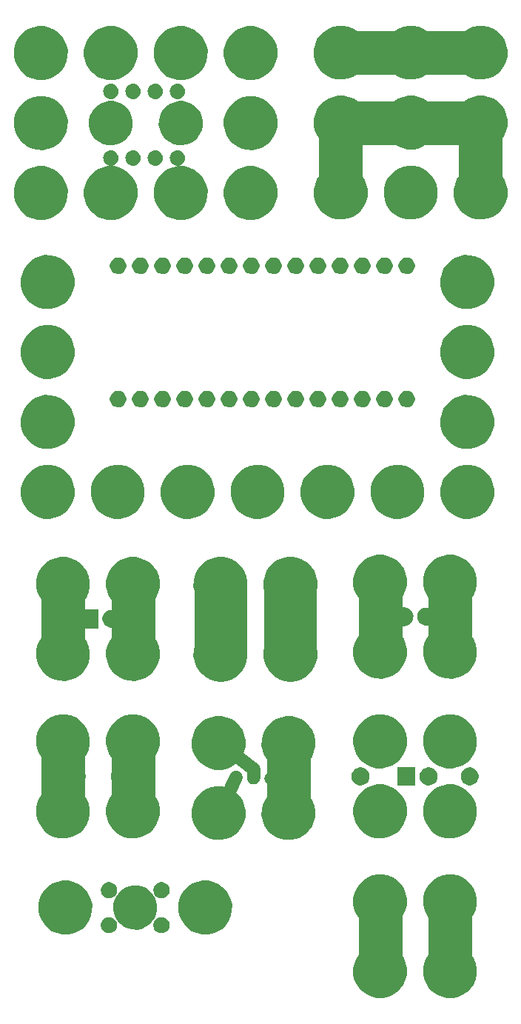
<source format=gbs>
%TF.GenerationSoftware,KiCad,Pcbnew,4.0.4+e1-6308~48~ubuntu14.04.1-stable*%
%TF.CreationDate,2016-11-21T12:12:41-08:00*%
%TF.ProjectId,Sample-Set,53616D706C652D5365742E6B69636164,rev?*%
%TF.FileFunction,Soldermask,Bot*%
%FSLAX46Y46*%
G04 Gerber Fmt 4.6, Leading zero omitted, Abs format (unit mm)*
G04 Created by KiCad (PCBNEW 4.0.4+e1-6308~48~ubuntu14.04.1-stable) date Mon Nov 21 12:12:41 2016*
%MOMM*%
%LPD*%
G01*
G04 APERTURE LIST*
%ADD10C,0.350000*%
%ADD11C,5.000000*%
%ADD12C,6.000000*%
%ADD13C,1.500000*%
G04 APERTURE END LIST*
D10*
D11*
X68572000Y-146124000D02*
X68572000Y-154124000D01*
X76572000Y-146124000D02*
X76572000Y-154124000D01*
X68572000Y-128116000D02*
X68572000Y-136116000D01*
X76572000Y-128116000D02*
X76572000Y-136116000D01*
X112842000Y-135862000D02*
X112842000Y-127862000D01*
X104842000Y-127862000D02*
X104842000Y-135862000D01*
D12*
X86580000Y-136316000D02*
X86580000Y-128016000D01*
X94580000Y-136316000D02*
X94580000Y-128016000D01*
D13*
X90386000Y-149288000D02*
X86386000Y-146288000D01*
X90386000Y-150288000D02*
X90386000Y-149288000D01*
D11*
X94386000Y-154288000D02*
X94386000Y-146288000D01*
D13*
X88386000Y-150288000D02*
X86386000Y-154288000D01*
D11*
X100346000Y-75362000D02*
X100346000Y-83362000D01*
X116346000Y-75362000D02*
X100346000Y-75362000D01*
X116346000Y-83362000D02*
X116346000Y-75362000D01*
X100346000Y-67362000D02*
X116346000Y-67362000D01*
X104842000Y-172394000D02*
X104842000Y-164394000D01*
X112842000Y-172394000D02*
X112842000Y-164394000D01*
D10*
G36*
X105165110Y-169319847D02*
X105756055Y-169441151D01*
X106312198Y-169674932D01*
X106812334Y-170012278D01*
X107237421Y-170440343D01*
X107571266Y-170942821D01*
X107801156Y-171500576D01*
X107918264Y-172092014D01*
X107918264Y-172092024D01*
X107918331Y-172092363D01*
X107908710Y-172781416D01*
X107908633Y-172781754D01*
X107908633Y-172781762D01*
X107775057Y-173369701D01*
X107529685Y-173920816D01*
X107181937Y-174413778D01*
X106745062Y-174829809D01*
X106235700Y-175153061D01*
X105673254Y-175371219D01*
X105079147Y-175475976D01*
X104476003Y-175463342D01*
X103886800Y-175333797D01*
X103333982Y-175092277D01*
X102838607Y-174747982D01*
X102419537Y-174314023D01*
X102092738Y-173806930D01*
X101870656Y-173246014D01*
X101761755Y-172652658D01*
X101770177Y-172049441D01*
X101895606Y-171459347D01*
X102133259Y-170904858D01*
X102474091Y-170407088D01*
X102905112Y-169985000D01*
X103409913Y-169654668D01*
X103969259Y-169428677D01*
X104561845Y-169315636D01*
X105165110Y-169319847D01*
X105165110Y-169319847D01*
G37*
G36*
X113165110Y-169319847D02*
X113756055Y-169441151D01*
X114312198Y-169674932D01*
X114812334Y-170012278D01*
X115237421Y-170440343D01*
X115571266Y-170942821D01*
X115801156Y-171500576D01*
X115918264Y-172092014D01*
X115918264Y-172092024D01*
X115918331Y-172092363D01*
X115908710Y-172781416D01*
X115908633Y-172781754D01*
X115908633Y-172781762D01*
X115775057Y-173369701D01*
X115529685Y-173920816D01*
X115181937Y-174413778D01*
X114745062Y-174829809D01*
X114235700Y-175153061D01*
X113673254Y-175371219D01*
X113079147Y-175475976D01*
X112476003Y-175463342D01*
X111886800Y-175333797D01*
X111333982Y-175092277D01*
X110838607Y-174747982D01*
X110419537Y-174314023D01*
X110092738Y-173806930D01*
X109870656Y-173246014D01*
X109761755Y-172652658D01*
X109770177Y-172049441D01*
X109895606Y-171459347D01*
X110133259Y-170904858D01*
X110474091Y-170407088D01*
X110905112Y-169985000D01*
X111409913Y-169654668D01*
X111969259Y-169428677D01*
X112561845Y-169315636D01*
X113165110Y-169319847D01*
X113165110Y-169319847D01*
G37*
G36*
X69155710Y-162051647D02*
X69746655Y-162172951D01*
X70302798Y-162406732D01*
X70802934Y-162744078D01*
X71228021Y-163172143D01*
X71561866Y-163674621D01*
X71791756Y-164232376D01*
X71908864Y-164823814D01*
X71908864Y-164823824D01*
X71908931Y-164824163D01*
X71899310Y-165513216D01*
X71899233Y-165513554D01*
X71899233Y-165513562D01*
X71765657Y-166101501D01*
X71520285Y-166652616D01*
X71172537Y-167145578D01*
X70735662Y-167561609D01*
X70226300Y-167884861D01*
X69663854Y-168103019D01*
X69069747Y-168207776D01*
X68466603Y-168195142D01*
X67877400Y-168065597D01*
X67324582Y-167824077D01*
X66829207Y-167479782D01*
X66410137Y-167045823D01*
X66083338Y-166538730D01*
X65861256Y-165977814D01*
X65752355Y-165384458D01*
X65760777Y-164781241D01*
X65886206Y-164191147D01*
X66123859Y-163636658D01*
X66464691Y-163138888D01*
X66895712Y-162716800D01*
X67400513Y-162386468D01*
X67959859Y-162160477D01*
X68552445Y-162047436D01*
X69155710Y-162051647D01*
X69155710Y-162051647D01*
G37*
G36*
X85155710Y-162051647D02*
X85746655Y-162172951D01*
X86302798Y-162406732D01*
X86802934Y-162744078D01*
X87228021Y-163172143D01*
X87561866Y-163674621D01*
X87791756Y-164232376D01*
X87908864Y-164823814D01*
X87908864Y-164823824D01*
X87908931Y-164824163D01*
X87899310Y-165513216D01*
X87899233Y-165513554D01*
X87899233Y-165513562D01*
X87765657Y-166101501D01*
X87520285Y-166652616D01*
X87172537Y-167145578D01*
X86735662Y-167561609D01*
X86226300Y-167884861D01*
X85663854Y-168103019D01*
X85069747Y-168207776D01*
X84466603Y-168195142D01*
X83877400Y-168065597D01*
X83324582Y-167824077D01*
X82829207Y-167479782D01*
X82410137Y-167045823D01*
X82083338Y-166538730D01*
X81861256Y-165977814D01*
X81752355Y-165384458D01*
X81760777Y-164781241D01*
X81886206Y-164191147D01*
X82123859Y-163636658D01*
X82464691Y-163138888D01*
X82895712Y-162716800D01*
X83400513Y-162386468D01*
X83959859Y-162160477D01*
X84552445Y-162047436D01*
X85155710Y-162051647D01*
X85155710Y-162051647D01*
G37*
G36*
X79923286Y-166214415D02*
X80101207Y-166250937D01*
X80268658Y-166321327D01*
X80419241Y-166422897D01*
X80547229Y-166551781D01*
X80647743Y-166703069D01*
X80716962Y-166871005D01*
X80752172Y-167048827D01*
X80752172Y-167048842D01*
X80752239Y-167049181D01*
X80749342Y-167256645D01*
X80749266Y-167256979D01*
X80749266Y-167256992D01*
X80709102Y-167433772D01*
X80635226Y-167599702D01*
X80530523Y-167748127D01*
X80398985Y-167873388D01*
X80245623Y-167970716D01*
X80076279Y-168036400D01*
X79897403Y-168067941D01*
X79715804Y-168064136D01*
X79538402Y-168025132D01*
X79371955Y-167952413D01*
X79222807Y-167848753D01*
X79096631Y-167718094D01*
X78998236Y-167565413D01*
X78931368Y-167396527D01*
X78898581Y-167217880D01*
X78901116Y-167036259D01*
X78938882Y-166858588D01*
X79010435Y-166691640D01*
X79113055Y-166541768D01*
X79242829Y-166414684D01*
X79394819Y-166315225D01*
X79563231Y-166247182D01*
X79741648Y-166213147D01*
X79923286Y-166214415D01*
X79923286Y-166214415D01*
G37*
G36*
X73923286Y-166214415D02*
X74101207Y-166250937D01*
X74268658Y-166321327D01*
X74419241Y-166422897D01*
X74547229Y-166551781D01*
X74647743Y-166703069D01*
X74716962Y-166871005D01*
X74752172Y-167048827D01*
X74752172Y-167048842D01*
X74752239Y-167049181D01*
X74749342Y-167256645D01*
X74749266Y-167256979D01*
X74749266Y-167256992D01*
X74709102Y-167433772D01*
X74635226Y-167599702D01*
X74530523Y-167748127D01*
X74398985Y-167873388D01*
X74245623Y-167970716D01*
X74076279Y-168036400D01*
X73897403Y-168067941D01*
X73715804Y-168064136D01*
X73538402Y-168025132D01*
X73371955Y-167952413D01*
X73222807Y-167848753D01*
X73096631Y-167718094D01*
X72998236Y-167565413D01*
X72931368Y-167396527D01*
X72898581Y-167217880D01*
X72901116Y-167036259D01*
X72938882Y-166858588D01*
X73010435Y-166691640D01*
X73113055Y-166541768D01*
X73242829Y-166414684D01*
X73394819Y-166315225D01*
X73563231Y-166247182D01*
X73741648Y-166213147D01*
X73923286Y-166214415D01*
X73923286Y-166214415D01*
G37*
G36*
X77096891Y-162611273D02*
X77580258Y-162710495D01*
X78035160Y-162901718D01*
X78444250Y-163177653D01*
X78791953Y-163527791D01*
X79065024Y-163938797D01*
X79253064Y-164395016D01*
X79348840Y-164878725D01*
X79348840Y-164878730D01*
X79348908Y-164879074D01*
X79341038Y-165442689D01*
X79340961Y-165443027D01*
X79340961Y-165443036D01*
X79231716Y-165923883D01*
X79031012Y-166374670D01*
X78746569Y-166777893D01*
X78389224Y-167118188D01*
X77972589Y-167382594D01*
X77512528Y-167561039D01*
X77026577Y-167646726D01*
X76533230Y-167636391D01*
X76051287Y-167530429D01*
X75599105Y-167332876D01*
X75193910Y-167051258D01*
X74851129Y-166696298D01*
X74583821Y-166281516D01*
X74402166Y-165822711D01*
X74313090Y-165337371D01*
X74319979Y-164843966D01*
X74422575Y-164361294D01*
X74616965Y-163907745D01*
X74895751Y-163500590D01*
X75248308Y-163155340D01*
X75661213Y-162885143D01*
X76118736Y-162700291D01*
X76603444Y-162607829D01*
X77096891Y-162611273D01*
X77096891Y-162611273D01*
G37*
G36*
X113165110Y-161319847D02*
X113756055Y-161441151D01*
X114312198Y-161674932D01*
X114812334Y-162012278D01*
X115237421Y-162440343D01*
X115571266Y-162942821D01*
X115801156Y-163500576D01*
X115918264Y-164092014D01*
X115918264Y-164092024D01*
X115918331Y-164092363D01*
X115908710Y-164781416D01*
X115908633Y-164781754D01*
X115908633Y-164781762D01*
X115775057Y-165369701D01*
X115529685Y-165920816D01*
X115181937Y-166413778D01*
X114745062Y-166829809D01*
X114235700Y-167153061D01*
X113673254Y-167371219D01*
X113079147Y-167475976D01*
X112476003Y-167463342D01*
X111886800Y-167333797D01*
X111333982Y-167092277D01*
X110838607Y-166747982D01*
X110419537Y-166314023D01*
X110092738Y-165806930D01*
X109870656Y-165246014D01*
X109761755Y-164652658D01*
X109770177Y-164049441D01*
X109895606Y-163459347D01*
X110133259Y-162904858D01*
X110474091Y-162407088D01*
X110905112Y-161985000D01*
X111409913Y-161654668D01*
X111969259Y-161428677D01*
X112561845Y-161315636D01*
X113165110Y-161319847D01*
X113165110Y-161319847D01*
G37*
G36*
X105165110Y-161319847D02*
X105756055Y-161441151D01*
X106312198Y-161674932D01*
X106812334Y-162012278D01*
X107237421Y-162440343D01*
X107571266Y-162942821D01*
X107801156Y-163500576D01*
X107918264Y-164092014D01*
X107918264Y-164092024D01*
X107918331Y-164092363D01*
X107908710Y-164781416D01*
X107908633Y-164781754D01*
X107908633Y-164781762D01*
X107775057Y-165369701D01*
X107529685Y-165920816D01*
X107181937Y-166413778D01*
X106745062Y-166829809D01*
X106235700Y-167153061D01*
X105673254Y-167371219D01*
X105079147Y-167475976D01*
X104476003Y-167463342D01*
X103886800Y-167333797D01*
X103333982Y-167092277D01*
X102838607Y-166747982D01*
X102419537Y-166314023D01*
X102092738Y-165806930D01*
X101870656Y-165246014D01*
X101761755Y-164652658D01*
X101770177Y-164049441D01*
X101895606Y-163459347D01*
X102133259Y-162904858D01*
X102474091Y-162407088D01*
X102905112Y-161985000D01*
X103409913Y-161654668D01*
X103969259Y-161428677D01*
X104561845Y-161315636D01*
X105165110Y-161319847D01*
X105165110Y-161319847D01*
G37*
G36*
X73923286Y-162214415D02*
X74101207Y-162250937D01*
X74268658Y-162321327D01*
X74419241Y-162422897D01*
X74547229Y-162551781D01*
X74647743Y-162703069D01*
X74716962Y-162871005D01*
X74752172Y-163048827D01*
X74752172Y-163048842D01*
X74752239Y-163049181D01*
X74749342Y-163256645D01*
X74749266Y-163256979D01*
X74749266Y-163256992D01*
X74709102Y-163433772D01*
X74635226Y-163599702D01*
X74530523Y-163748127D01*
X74398985Y-163873388D01*
X74245623Y-163970716D01*
X74076279Y-164036400D01*
X73897403Y-164067941D01*
X73715804Y-164064136D01*
X73538402Y-164025132D01*
X73371955Y-163952413D01*
X73222807Y-163848753D01*
X73096631Y-163718094D01*
X72998236Y-163565413D01*
X72931368Y-163396527D01*
X72898581Y-163217880D01*
X72901116Y-163036259D01*
X72938882Y-162858588D01*
X73010435Y-162691640D01*
X73113055Y-162541768D01*
X73242829Y-162414684D01*
X73394819Y-162315225D01*
X73563231Y-162247182D01*
X73741648Y-162213147D01*
X73923286Y-162214415D01*
X73923286Y-162214415D01*
G37*
G36*
X79923286Y-162214415D02*
X80101207Y-162250937D01*
X80268658Y-162321327D01*
X80419241Y-162422897D01*
X80547229Y-162551781D01*
X80647743Y-162703069D01*
X80716962Y-162871005D01*
X80752172Y-163048827D01*
X80752172Y-163048842D01*
X80752239Y-163049181D01*
X80749342Y-163256645D01*
X80749266Y-163256979D01*
X80749266Y-163256992D01*
X80709102Y-163433772D01*
X80635226Y-163599702D01*
X80530523Y-163748127D01*
X80398985Y-163873388D01*
X80245623Y-163970716D01*
X80076279Y-164036400D01*
X79897403Y-164067941D01*
X79715804Y-164064136D01*
X79538402Y-164025132D01*
X79371955Y-163952413D01*
X79222807Y-163848753D01*
X79096631Y-163718094D01*
X78998236Y-163565413D01*
X78931368Y-163396527D01*
X78898581Y-163217880D01*
X78901116Y-163036259D01*
X78938882Y-162858588D01*
X79010435Y-162691640D01*
X79113055Y-162541768D01*
X79242829Y-162414684D01*
X79394819Y-162315225D01*
X79563231Y-162247182D01*
X79741648Y-162213147D01*
X79923286Y-162214415D01*
X79923286Y-162214415D01*
G37*
G36*
X94689110Y-151243847D02*
X95280055Y-151365151D01*
X95836198Y-151598932D01*
X96336334Y-151936278D01*
X96761421Y-152364343D01*
X97095266Y-152866821D01*
X97325156Y-153424576D01*
X97442264Y-154016014D01*
X97442264Y-154016024D01*
X97442331Y-154016363D01*
X97432710Y-154705416D01*
X97432633Y-154705754D01*
X97432633Y-154705762D01*
X97299057Y-155293701D01*
X97053685Y-155844816D01*
X96705937Y-156337778D01*
X96269062Y-156753809D01*
X95759700Y-157077061D01*
X95197254Y-157295219D01*
X94603147Y-157399976D01*
X94000003Y-157387342D01*
X93410800Y-157257797D01*
X92857982Y-157016277D01*
X92362607Y-156671982D01*
X91943537Y-156238023D01*
X91616738Y-155730930D01*
X91394656Y-155170014D01*
X91285755Y-154576658D01*
X91294177Y-153973441D01*
X91419606Y-153383347D01*
X91657259Y-152828858D01*
X91998091Y-152331088D01*
X92429112Y-151909000D01*
X92933913Y-151578668D01*
X93493259Y-151352677D01*
X94085845Y-151239636D01*
X94689110Y-151243847D01*
X94689110Y-151243847D01*
G37*
G36*
X86689110Y-151243847D02*
X87280055Y-151365151D01*
X87836198Y-151598932D01*
X88336334Y-151936278D01*
X88761421Y-152364343D01*
X89095266Y-152866821D01*
X89325156Y-153424576D01*
X89442264Y-154016014D01*
X89442264Y-154016024D01*
X89442331Y-154016363D01*
X89432710Y-154705416D01*
X89432633Y-154705754D01*
X89432633Y-154705762D01*
X89299057Y-155293701D01*
X89053685Y-155844816D01*
X88705937Y-156337778D01*
X88269062Y-156753809D01*
X87759700Y-157077061D01*
X87197254Y-157295219D01*
X86603147Y-157399976D01*
X86000003Y-157387342D01*
X85410800Y-157257797D01*
X84857982Y-157016277D01*
X84362607Y-156671982D01*
X83943537Y-156238023D01*
X83616738Y-155730930D01*
X83394656Y-155170014D01*
X83285755Y-154576658D01*
X83294177Y-153973441D01*
X83419606Y-153383347D01*
X83657259Y-152828858D01*
X83998091Y-152331088D01*
X84429112Y-151909000D01*
X84933913Y-151578668D01*
X85493259Y-151352677D01*
X86085845Y-151239636D01*
X86689110Y-151243847D01*
X86689110Y-151243847D01*
G37*
G36*
X113173110Y-151049847D02*
X113764055Y-151171151D01*
X114320198Y-151404932D01*
X114820334Y-151742278D01*
X115245421Y-152170343D01*
X115579266Y-152672821D01*
X115809156Y-153230576D01*
X115926264Y-153822014D01*
X115926264Y-153822024D01*
X115926331Y-153822363D01*
X115916710Y-154511416D01*
X115916633Y-154511754D01*
X115916633Y-154511762D01*
X115783057Y-155099701D01*
X115537685Y-155650816D01*
X115189937Y-156143778D01*
X114753062Y-156559809D01*
X114243700Y-156883061D01*
X113681254Y-157101219D01*
X113087147Y-157205976D01*
X112484003Y-157193342D01*
X111894800Y-157063797D01*
X111341982Y-156822277D01*
X110846607Y-156477982D01*
X110427537Y-156044023D01*
X110100738Y-155536930D01*
X109878656Y-154976014D01*
X109769755Y-154382658D01*
X109778177Y-153779441D01*
X109903606Y-153189347D01*
X110141259Y-152634858D01*
X110482091Y-152137088D01*
X110913112Y-151715000D01*
X111417913Y-151384668D01*
X111977259Y-151158677D01*
X112569845Y-151045636D01*
X113173110Y-151049847D01*
X113173110Y-151049847D01*
G37*
G36*
X105173110Y-151049847D02*
X105764055Y-151171151D01*
X106320198Y-151404932D01*
X106820334Y-151742278D01*
X107245421Y-152170343D01*
X107579266Y-152672821D01*
X107809156Y-153230576D01*
X107926264Y-153822014D01*
X107926264Y-153822024D01*
X107926331Y-153822363D01*
X107916710Y-154511416D01*
X107916633Y-154511754D01*
X107916633Y-154511762D01*
X107783057Y-155099701D01*
X107537685Y-155650816D01*
X107189937Y-156143778D01*
X106753062Y-156559809D01*
X106243700Y-156883061D01*
X105681254Y-157101219D01*
X105087147Y-157205976D01*
X104484003Y-157193342D01*
X103894800Y-157063797D01*
X103341982Y-156822277D01*
X102846607Y-156477982D01*
X102427537Y-156044023D01*
X102100738Y-155536930D01*
X101878656Y-154976014D01*
X101769755Y-154382658D01*
X101778177Y-153779441D01*
X101903606Y-153189347D01*
X102141259Y-152634858D01*
X102482091Y-152137088D01*
X102913112Y-151715000D01*
X103417913Y-151384668D01*
X103977259Y-151158677D01*
X104569845Y-151045636D01*
X105173110Y-151049847D01*
X105173110Y-151049847D01*
G37*
G36*
X76895110Y-151049847D02*
X77486055Y-151171151D01*
X78042198Y-151404932D01*
X78542334Y-151742278D01*
X78967421Y-152170343D01*
X79301266Y-152672821D01*
X79531156Y-153230576D01*
X79648264Y-153822014D01*
X79648264Y-153822024D01*
X79648331Y-153822363D01*
X79638710Y-154511416D01*
X79638633Y-154511754D01*
X79638633Y-154511762D01*
X79505057Y-155099701D01*
X79259685Y-155650816D01*
X78911937Y-156143778D01*
X78475062Y-156559809D01*
X77965700Y-156883061D01*
X77403254Y-157101219D01*
X76809147Y-157205976D01*
X76206003Y-157193342D01*
X75616800Y-157063797D01*
X75063982Y-156822277D01*
X74568607Y-156477982D01*
X74149537Y-156044023D01*
X73822738Y-155536930D01*
X73600656Y-154976014D01*
X73491755Y-154382658D01*
X73500177Y-153779441D01*
X73625606Y-153189347D01*
X73863259Y-152634858D01*
X74204091Y-152137088D01*
X74635112Y-151715000D01*
X75139913Y-151384668D01*
X75699259Y-151158677D01*
X76291845Y-151045636D01*
X76895110Y-151049847D01*
X76895110Y-151049847D01*
G37*
G36*
X68895110Y-151049847D02*
X69486055Y-151171151D01*
X70042198Y-151404932D01*
X70542334Y-151742278D01*
X70967421Y-152170343D01*
X71301266Y-152672821D01*
X71531156Y-153230576D01*
X71648264Y-153822014D01*
X71648264Y-153822024D01*
X71648331Y-153822363D01*
X71638710Y-154511416D01*
X71638633Y-154511754D01*
X71638633Y-154511762D01*
X71505057Y-155099701D01*
X71259685Y-155650816D01*
X70911937Y-156143778D01*
X70475062Y-156559809D01*
X69965700Y-156883061D01*
X69403254Y-157101219D01*
X68809147Y-157205976D01*
X68206003Y-157193342D01*
X67616800Y-157063797D01*
X67063982Y-156822277D01*
X66568607Y-156477982D01*
X66149537Y-156044023D01*
X65822738Y-155536930D01*
X65600656Y-154976014D01*
X65491755Y-154382658D01*
X65500177Y-153779441D01*
X65625606Y-153189347D01*
X65863259Y-152634858D01*
X66204091Y-152137088D01*
X66635112Y-151715000D01*
X67139913Y-151384668D01*
X67699259Y-151158677D01*
X68291845Y-151045636D01*
X68895110Y-151049847D01*
X68895110Y-151049847D01*
G37*
G36*
X70185042Y-149048515D02*
X70391777Y-149090952D01*
X70586347Y-149172741D01*
X70761318Y-149290761D01*
X70910033Y-149440518D01*
X71026827Y-149616308D01*
X71107253Y-149811436D01*
X71148178Y-150018124D01*
X71148178Y-150018129D01*
X71148246Y-150018473D01*
X71144880Y-150259536D01*
X71144803Y-150259874D01*
X71144803Y-150259883D01*
X71098122Y-150465349D01*
X71012281Y-150658152D01*
X70890621Y-150830615D01*
X70737782Y-150976162D01*
X70559584Y-151089250D01*
X70362810Y-151165573D01*
X70154967Y-151202222D01*
X69943957Y-151197802D01*
X69737825Y-151152481D01*
X69544422Y-151067985D01*
X69371119Y-150947536D01*
X69224508Y-150795717D01*
X69110178Y-150618310D01*
X69032481Y-150422072D01*
X68994384Y-150214492D01*
X68997330Y-150003458D01*
X69041211Y-149797013D01*
X69124353Y-149603028D01*
X69243593Y-149428883D01*
X69394384Y-149281217D01*
X69570988Y-149165651D01*
X69766675Y-149086588D01*
X69973987Y-149047042D01*
X70185042Y-149048515D01*
X70185042Y-149048515D01*
G37*
G36*
X108876200Y-151200200D02*
X106823800Y-151200200D01*
X106823800Y-149047800D01*
X108876200Y-149047800D01*
X108876200Y-151200200D01*
X108876200Y-151200200D01*
G37*
G36*
X115207790Y-149098481D02*
X115404921Y-149138947D01*
X115590451Y-149216937D01*
X115757292Y-149329473D01*
X115899098Y-149472272D01*
X116010466Y-149639895D01*
X116087156Y-149825958D01*
X116126176Y-150023027D01*
X116126176Y-150023032D01*
X116126244Y-150023376D01*
X116123034Y-150253239D01*
X116122957Y-150253577D01*
X116122957Y-150253586D01*
X116078449Y-150449490D01*
X115996596Y-150633335D01*
X115880588Y-150797786D01*
X115734850Y-150936571D01*
X115564931Y-151044405D01*
X115377299Y-151117182D01*
X115179112Y-151152128D01*
X114977905Y-151147913D01*
X114781351Y-151104699D01*
X114596933Y-151024128D01*
X114431682Y-150909275D01*
X114291882Y-150764509D01*
X114182864Y-150595345D01*
X114108777Y-150408224D01*
X114072449Y-150210288D01*
X114075258Y-150009058D01*
X114117102Y-149812205D01*
X114196380Y-149627232D01*
X114310080Y-149461178D01*
X114453865Y-149320373D01*
X114622265Y-149210176D01*
X114808860Y-149134786D01*
X115006540Y-149097077D01*
X115207790Y-149098481D01*
X115207790Y-149098481D01*
G37*
G36*
X110497790Y-149098481D02*
X110694921Y-149138947D01*
X110880451Y-149216937D01*
X111047292Y-149329473D01*
X111189098Y-149472272D01*
X111300466Y-149639895D01*
X111377156Y-149825958D01*
X111416176Y-150023027D01*
X111416176Y-150023032D01*
X111416244Y-150023376D01*
X111413034Y-150253239D01*
X111412957Y-150253577D01*
X111412957Y-150253586D01*
X111368449Y-150449490D01*
X111286596Y-150633335D01*
X111170588Y-150797786D01*
X111024850Y-150936571D01*
X110854931Y-151044405D01*
X110667299Y-151117182D01*
X110469112Y-151152128D01*
X110267905Y-151147913D01*
X110071351Y-151104699D01*
X109886933Y-151024128D01*
X109721682Y-150909275D01*
X109581882Y-150764509D01*
X109472864Y-150595345D01*
X109398777Y-150408224D01*
X109362449Y-150210288D01*
X109365258Y-150009058D01*
X109407102Y-149812205D01*
X109486380Y-149627232D01*
X109600080Y-149461178D01*
X109743865Y-149320373D01*
X109912265Y-149210176D01*
X110098860Y-149134786D01*
X110296540Y-149097077D01*
X110497790Y-149098481D01*
X110497790Y-149098481D01*
G37*
G36*
X102707790Y-149098481D02*
X102904921Y-149138947D01*
X103090451Y-149216937D01*
X103257292Y-149329473D01*
X103399098Y-149472272D01*
X103510466Y-149639895D01*
X103587156Y-149825958D01*
X103626176Y-150023027D01*
X103626176Y-150023032D01*
X103626244Y-150023376D01*
X103623034Y-150253239D01*
X103622957Y-150253577D01*
X103622957Y-150253586D01*
X103578449Y-150449490D01*
X103496596Y-150633335D01*
X103380588Y-150797786D01*
X103234850Y-150936571D01*
X103064931Y-151044405D01*
X102877299Y-151117182D01*
X102679112Y-151152128D01*
X102477905Y-151147913D01*
X102281351Y-151104699D01*
X102096933Y-151024128D01*
X101931682Y-150909275D01*
X101791882Y-150764509D01*
X101682864Y-150595345D01*
X101608777Y-150408224D01*
X101572449Y-150210288D01*
X101575258Y-150009058D01*
X101617102Y-149812205D01*
X101696380Y-149627232D01*
X101810080Y-149461178D01*
X101953865Y-149320373D01*
X102122265Y-149210176D01*
X102308860Y-149134786D01*
X102506540Y-149097077D01*
X102707790Y-149098481D01*
X102707790Y-149098481D01*
G37*
G36*
X75179790Y-149098481D02*
X75376921Y-149138947D01*
X75562451Y-149216937D01*
X75729292Y-149329473D01*
X75871098Y-149472272D01*
X75982466Y-149639895D01*
X76059156Y-149825958D01*
X76098176Y-150023027D01*
X76098176Y-150023032D01*
X76098244Y-150023376D01*
X76095034Y-150253239D01*
X76094957Y-150253577D01*
X76094957Y-150253586D01*
X76050449Y-150449490D01*
X75968596Y-150633335D01*
X75852588Y-150797786D01*
X75706850Y-150936571D01*
X75536931Y-151044405D01*
X75349299Y-151117182D01*
X75151112Y-151152128D01*
X74949905Y-151147913D01*
X74753351Y-151104699D01*
X74568933Y-151024128D01*
X74403682Y-150909275D01*
X74263882Y-150764509D01*
X74154864Y-150595345D01*
X74080777Y-150408224D01*
X74044449Y-150210288D01*
X74047258Y-150009058D01*
X74089102Y-149812205D01*
X74168380Y-149627232D01*
X74282080Y-149461178D01*
X74425865Y-149320373D01*
X74594265Y-149210176D01*
X74780860Y-149134786D01*
X74978540Y-149097077D01*
X75179790Y-149098481D01*
X75179790Y-149098481D01*
G37*
G36*
X88384654Y-149637264D02*
X88519351Y-149664914D01*
X88646124Y-149718205D01*
X88760127Y-149795101D01*
X88857023Y-149892675D01*
X88933120Y-150007211D01*
X88985522Y-150134347D01*
X89012163Y-150268895D01*
X89012163Y-150268905D01*
X89012230Y-150269244D01*
X89010037Y-150426309D01*
X89009961Y-150426643D01*
X89009961Y-150426656D01*
X88979573Y-150560408D01*
X88923643Y-150686028D01*
X88844375Y-150798397D01*
X88744792Y-150893229D01*
X88628685Y-150966913D01*
X88500479Y-151016640D01*
X88365058Y-151040519D01*
X88227573Y-151037638D01*
X88093267Y-151008109D01*
X87967254Y-150953056D01*
X87854339Y-150874578D01*
X87758815Y-150775659D01*
X87684322Y-150660069D01*
X87633698Y-150532208D01*
X87608876Y-150396961D01*
X87610795Y-150259461D01*
X87639387Y-150124951D01*
X87693556Y-149998562D01*
X87771251Y-149885093D01*
X87869497Y-149788883D01*
X87984564Y-149713585D01*
X88112065Y-149662071D01*
X88247138Y-149636305D01*
X88384654Y-149637264D01*
X88384654Y-149637264D01*
G37*
G36*
X90384654Y-149637264D02*
X90519351Y-149664914D01*
X90646124Y-149718205D01*
X90760127Y-149795101D01*
X90857023Y-149892675D01*
X90933120Y-150007211D01*
X90985522Y-150134347D01*
X91012163Y-150268895D01*
X91012163Y-150268905D01*
X91012230Y-150269244D01*
X91010037Y-150426309D01*
X91009961Y-150426643D01*
X91009961Y-150426656D01*
X90979573Y-150560408D01*
X90923643Y-150686028D01*
X90844375Y-150798397D01*
X90744792Y-150893229D01*
X90628685Y-150966913D01*
X90500479Y-151016640D01*
X90365058Y-151040519D01*
X90227573Y-151037638D01*
X90093267Y-151008109D01*
X89967254Y-150953056D01*
X89854339Y-150874578D01*
X89758815Y-150775659D01*
X89684322Y-150660069D01*
X89633698Y-150532208D01*
X89608876Y-150396961D01*
X89610795Y-150259461D01*
X89639387Y-150124951D01*
X89693556Y-149998562D01*
X89771251Y-149885093D01*
X89869497Y-149788883D01*
X89984564Y-149713585D01*
X90112065Y-149662071D01*
X90247138Y-149636305D01*
X90384654Y-149637264D01*
X90384654Y-149637264D01*
G37*
G36*
X92384654Y-149637264D02*
X92519351Y-149664914D01*
X92646124Y-149718205D01*
X92760127Y-149795101D01*
X92857023Y-149892675D01*
X92933120Y-150007211D01*
X92985522Y-150134347D01*
X93012163Y-150268895D01*
X93012163Y-150268905D01*
X93012230Y-150269244D01*
X93010037Y-150426309D01*
X93009961Y-150426643D01*
X93009961Y-150426656D01*
X92979573Y-150560408D01*
X92923643Y-150686028D01*
X92844375Y-150798397D01*
X92744792Y-150893229D01*
X92628685Y-150966913D01*
X92500479Y-151016640D01*
X92365058Y-151040519D01*
X92227573Y-151037638D01*
X92093267Y-151008109D01*
X91967254Y-150953056D01*
X91854339Y-150874578D01*
X91758815Y-150775659D01*
X91684322Y-150660069D01*
X91633698Y-150532208D01*
X91608876Y-150396961D01*
X91610795Y-150259461D01*
X91639387Y-150124951D01*
X91693556Y-149998562D01*
X91771251Y-149885093D01*
X91869497Y-149788883D01*
X91984564Y-149713585D01*
X92112065Y-149662071D01*
X92247138Y-149636305D01*
X92384654Y-149637264D01*
X92384654Y-149637264D01*
G37*
G36*
X94689110Y-143243847D02*
X95280055Y-143365151D01*
X95836198Y-143598932D01*
X96336334Y-143936278D01*
X96761421Y-144364343D01*
X97095266Y-144866821D01*
X97325156Y-145424576D01*
X97442264Y-146016014D01*
X97442264Y-146016024D01*
X97442331Y-146016363D01*
X97432710Y-146705416D01*
X97432633Y-146705754D01*
X97432633Y-146705762D01*
X97299057Y-147293701D01*
X97053685Y-147844816D01*
X96705937Y-148337778D01*
X96269062Y-148753809D01*
X95759700Y-149077061D01*
X95197254Y-149295219D01*
X94603147Y-149399976D01*
X94000003Y-149387342D01*
X93410800Y-149257797D01*
X92857982Y-149016277D01*
X92362607Y-148671982D01*
X91943537Y-148238023D01*
X91616738Y-147730930D01*
X91394656Y-147170014D01*
X91285755Y-146576658D01*
X91294177Y-145973441D01*
X91419606Y-145383347D01*
X91657259Y-144828858D01*
X91998091Y-144331088D01*
X92429112Y-143909000D01*
X92933913Y-143578668D01*
X93493259Y-143352677D01*
X94085845Y-143239636D01*
X94689110Y-143243847D01*
X94689110Y-143243847D01*
G37*
G36*
X86689110Y-143243847D02*
X87280055Y-143365151D01*
X87836198Y-143598932D01*
X88336334Y-143936278D01*
X88761421Y-144364343D01*
X89095266Y-144866821D01*
X89325156Y-145424576D01*
X89442264Y-146016014D01*
X89442264Y-146016024D01*
X89442331Y-146016363D01*
X89432710Y-146705416D01*
X89432633Y-146705754D01*
X89432633Y-146705762D01*
X89299057Y-147293701D01*
X89053685Y-147844816D01*
X88705937Y-148337778D01*
X88269062Y-148753809D01*
X87759700Y-149077061D01*
X87197254Y-149295219D01*
X86603147Y-149399976D01*
X86000003Y-149387342D01*
X85410800Y-149257797D01*
X84857982Y-149016277D01*
X84362607Y-148671982D01*
X83943537Y-148238023D01*
X83616738Y-147730930D01*
X83394656Y-147170014D01*
X83285755Y-146576658D01*
X83294177Y-145973441D01*
X83419606Y-145383347D01*
X83657259Y-144828858D01*
X83998091Y-144331088D01*
X84429112Y-143909000D01*
X84933913Y-143578668D01*
X85493259Y-143352677D01*
X86085845Y-143239636D01*
X86689110Y-143243847D01*
X86689110Y-143243847D01*
G37*
G36*
X113173110Y-143049847D02*
X113764055Y-143171151D01*
X114320198Y-143404932D01*
X114820334Y-143742278D01*
X115245421Y-144170343D01*
X115579266Y-144672821D01*
X115809156Y-145230576D01*
X115926264Y-145822014D01*
X115926264Y-145822024D01*
X115926331Y-145822363D01*
X115916710Y-146511416D01*
X115916633Y-146511754D01*
X115916633Y-146511762D01*
X115783057Y-147099701D01*
X115537685Y-147650816D01*
X115189937Y-148143778D01*
X114753062Y-148559809D01*
X114243700Y-148883061D01*
X113681254Y-149101219D01*
X113087147Y-149205976D01*
X112484003Y-149193342D01*
X111894800Y-149063797D01*
X111341982Y-148822277D01*
X110846607Y-148477982D01*
X110427537Y-148044023D01*
X110100738Y-147536930D01*
X109878656Y-146976014D01*
X109769755Y-146382658D01*
X109778177Y-145779441D01*
X109903606Y-145189347D01*
X110141259Y-144634858D01*
X110482091Y-144137088D01*
X110913112Y-143715000D01*
X111417913Y-143384668D01*
X111977259Y-143158677D01*
X112569845Y-143045636D01*
X113173110Y-143049847D01*
X113173110Y-143049847D01*
G37*
G36*
X105173110Y-143049847D02*
X105764055Y-143171151D01*
X106320198Y-143404932D01*
X106820334Y-143742278D01*
X107245421Y-144170343D01*
X107579266Y-144672821D01*
X107809156Y-145230576D01*
X107926264Y-145822014D01*
X107926264Y-145822024D01*
X107926331Y-145822363D01*
X107916710Y-146511416D01*
X107916633Y-146511754D01*
X107916633Y-146511762D01*
X107783057Y-147099701D01*
X107537685Y-147650816D01*
X107189937Y-148143778D01*
X106753062Y-148559809D01*
X106243700Y-148883061D01*
X105681254Y-149101219D01*
X105087147Y-149205976D01*
X104484003Y-149193342D01*
X103894800Y-149063797D01*
X103341982Y-148822277D01*
X102846607Y-148477982D01*
X102427537Y-148044023D01*
X102100738Y-147536930D01*
X101878656Y-146976014D01*
X101769755Y-146382658D01*
X101778177Y-145779441D01*
X101903606Y-145189347D01*
X102141259Y-144634858D01*
X102482091Y-144137088D01*
X102913112Y-143715000D01*
X103417913Y-143384668D01*
X103977259Y-143158677D01*
X104569845Y-143045636D01*
X105173110Y-143049847D01*
X105173110Y-143049847D01*
G37*
G36*
X68895110Y-143049847D02*
X69486055Y-143171151D01*
X70042198Y-143404932D01*
X70542334Y-143742278D01*
X70967421Y-144170343D01*
X71301266Y-144672821D01*
X71531156Y-145230576D01*
X71648264Y-145822014D01*
X71648264Y-145822024D01*
X71648331Y-145822363D01*
X71638710Y-146511416D01*
X71638633Y-146511754D01*
X71638633Y-146511762D01*
X71505057Y-147099701D01*
X71259685Y-147650816D01*
X70911937Y-148143778D01*
X70475062Y-148559809D01*
X69965700Y-148883061D01*
X69403254Y-149101219D01*
X68809147Y-149205976D01*
X68206003Y-149193342D01*
X67616800Y-149063797D01*
X67063982Y-148822277D01*
X66568607Y-148477982D01*
X66149537Y-148044023D01*
X65822738Y-147536930D01*
X65600656Y-146976014D01*
X65491755Y-146382658D01*
X65500177Y-145779441D01*
X65625606Y-145189347D01*
X65863259Y-144634858D01*
X66204091Y-144137088D01*
X66635112Y-143715000D01*
X67139913Y-143384668D01*
X67699259Y-143158677D01*
X68291845Y-143045636D01*
X68895110Y-143049847D01*
X68895110Y-143049847D01*
G37*
G36*
X76895110Y-143049847D02*
X77486055Y-143171151D01*
X78042198Y-143404932D01*
X78542334Y-143742278D01*
X78967421Y-144170343D01*
X79301266Y-144672821D01*
X79531156Y-145230576D01*
X79648264Y-145822014D01*
X79648264Y-145822024D01*
X79648331Y-145822363D01*
X79638710Y-146511416D01*
X79638633Y-146511754D01*
X79638633Y-146511762D01*
X79505057Y-147099701D01*
X79259685Y-147650816D01*
X78911937Y-148143778D01*
X78475062Y-148559809D01*
X77965700Y-148883061D01*
X77403254Y-149101219D01*
X76809147Y-149205976D01*
X76206003Y-149193342D01*
X75616800Y-149063797D01*
X75063982Y-148822277D01*
X74568607Y-148477982D01*
X74149537Y-148044023D01*
X73822738Y-147536930D01*
X73600656Y-146976014D01*
X73491755Y-146382658D01*
X73500177Y-145779441D01*
X73625606Y-145189347D01*
X73863259Y-144634858D01*
X74204091Y-144137088D01*
X74635112Y-143715000D01*
X75139913Y-143384668D01*
X75699259Y-143158677D01*
X76291845Y-143045636D01*
X76895110Y-143049847D01*
X76895110Y-143049847D01*
G37*
G36*
X68895110Y-133041847D02*
X69486055Y-133163151D01*
X70042198Y-133396932D01*
X70542334Y-133734278D01*
X70967421Y-134162343D01*
X71301266Y-134664821D01*
X71531156Y-135222576D01*
X71648264Y-135814014D01*
X71648264Y-135814024D01*
X71648331Y-135814363D01*
X71638710Y-136503416D01*
X71638633Y-136503754D01*
X71638633Y-136503762D01*
X71505057Y-137091701D01*
X71259685Y-137642816D01*
X70911937Y-138135778D01*
X70475062Y-138551809D01*
X69965700Y-138875061D01*
X69403254Y-139093219D01*
X68809147Y-139197976D01*
X68206003Y-139185342D01*
X67616800Y-139055797D01*
X67063982Y-138814277D01*
X66568607Y-138469982D01*
X66149537Y-138036023D01*
X65822738Y-137528930D01*
X65600656Y-136968014D01*
X65491755Y-136374658D01*
X65500177Y-135771441D01*
X65625606Y-135181347D01*
X65863259Y-134626858D01*
X66204091Y-134129088D01*
X66635112Y-133707000D01*
X67139913Y-133376668D01*
X67699259Y-133150677D01*
X68291845Y-133037636D01*
X68895110Y-133041847D01*
X68895110Y-133041847D01*
G37*
G36*
X94903110Y-133041847D02*
X95494055Y-133163151D01*
X96050198Y-133396932D01*
X96550334Y-133734278D01*
X96975421Y-134162343D01*
X97309266Y-134664821D01*
X97539156Y-135222576D01*
X97656264Y-135814014D01*
X97656264Y-135814024D01*
X97656331Y-135814363D01*
X97646710Y-136503416D01*
X97646633Y-136503754D01*
X97646633Y-136503762D01*
X97513057Y-137091701D01*
X97267685Y-137642816D01*
X96919937Y-138135778D01*
X96483062Y-138551809D01*
X95973700Y-138875061D01*
X95411254Y-139093219D01*
X94817147Y-139197976D01*
X94214003Y-139185342D01*
X93624800Y-139055797D01*
X93071982Y-138814277D01*
X92576607Y-138469982D01*
X92157537Y-138036023D01*
X91830738Y-137528930D01*
X91608656Y-136968014D01*
X91499755Y-136374658D01*
X91508177Y-135771441D01*
X91633606Y-135181347D01*
X91871259Y-134626858D01*
X92212091Y-134129088D01*
X92643112Y-133707000D01*
X93147913Y-133376668D01*
X93707259Y-133150677D01*
X94299845Y-133037636D01*
X94903110Y-133041847D01*
X94903110Y-133041847D01*
G37*
G36*
X76895110Y-133041847D02*
X77486055Y-133163151D01*
X78042198Y-133396932D01*
X78542334Y-133734278D01*
X78967421Y-134162343D01*
X79301266Y-134664821D01*
X79531156Y-135222576D01*
X79648264Y-135814014D01*
X79648264Y-135814024D01*
X79648331Y-135814363D01*
X79638710Y-136503416D01*
X79638633Y-136503754D01*
X79638633Y-136503762D01*
X79505057Y-137091701D01*
X79259685Y-137642816D01*
X78911937Y-138135778D01*
X78475062Y-138551809D01*
X77965700Y-138875061D01*
X77403254Y-139093219D01*
X76809147Y-139197976D01*
X76206003Y-139185342D01*
X75616800Y-139055797D01*
X75063982Y-138814277D01*
X74568607Y-138469982D01*
X74149537Y-138036023D01*
X73822738Y-137528930D01*
X73600656Y-136968014D01*
X73491755Y-136374658D01*
X73500177Y-135771441D01*
X73625606Y-135181347D01*
X73863259Y-134626858D01*
X74204091Y-134129088D01*
X74635112Y-133707000D01*
X75139913Y-133376668D01*
X75699259Y-133150677D01*
X76291845Y-133037636D01*
X76895110Y-133041847D01*
X76895110Y-133041847D01*
G37*
G36*
X88153042Y-131040515D02*
X88359777Y-131082952D01*
X88554347Y-131164741D01*
X88729318Y-131282761D01*
X88878033Y-131432518D01*
X88994827Y-131608308D01*
X89075253Y-131803436D01*
X89116178Y-132010124D01*
X89116178Y-132010129D01*
X89116246Y-132010473D01*
X89112880Y-132251536D01*
X89112803Y-132251874D01*
X89112803Y-132251883D01*
X89066122Y-132457349D01*
X88980281Y-132650152D01*
X88858621Y-132822615D01*
X88705782Y-132968162D01*
X88527584Y-133081250D01*
X88330810Y-133157573D01*
X88122967Y-133194222D01*
X87911957Y-133189802D01*
X87713892Y-133146255D01*
X87699637Y-133145180D01*
X87685648Y-133148119D01*
X87673031Y-133154839D01*
X87662786Y-133164808D01*
X87655724Y-133177236D01*
X87652404Y-133191140D01*
X87653088Y-133205418D01*
X87657724Y-133218941D01*
X87665943Y-133230636D01*
X87683297Y-133242701D01*
X88050198Y-133396932D01*
X88550334Y-133734278D01*
X88975421Y-134162343D01*
X89309266Y-134664821D01*
X89539156Y-135222576D01*
X89656264Y-135814014D01*
X89656264Y-135814024D01*
X89656331Y-135814363D01*
X89646710Y-136503416D01*
X89646633Y-136503754D01*
X89646633Y-136503762D01*
X89513057Y-137091701D01*
X89267685Y-137642816D01*
X88919937Y-138135778D01*
X88483062Y-138551809D01*
X87973700Y-138875061D01*
X87411254Y-139093219D01*
X86817147Y-139197976D01*
X86214003Y-139185342D01*
X85624800Y-139055797D01*
X85071982Y-138814277D01*
X84576607Y-138469982D01*
X84157537Y-138036023D01*
X83830738Y-137528930D01*
X83608656Y-136968014D01*
X83499755Y-136374658D01*
X83508177Y-135771441D01*
X83633606Y-135181347D01*
X83871259Y-134626858D01*
X84212091Y-134129088D01*
X84643112Y-133707000D01*
X85147913Y-133376668D01*
X85707259Y-133150677D01*
X86299845Y-133037636D01*
X86903110Y-133041847D01*
X87494055Y-133163151D01*
X87513522Y-133171334D01*
X87527348Y-133174964D01*
X87541638Y-133174599D01*
X87555261Y-133170267D01*
X87567137Y-133162311D01*
X87576327Y-133151362D01*
X87582102Y-133138286D01*
X87584007Y-133124119D01*
X87581888Y-133109982D01*
X87575916Y-133096995D01*
X87566561Y-133086186D01*
X87553546Y-133077952D01*
X87512423Y-133059985D01*
X87339119Y-132939536D01*
X87192508Y-132787717D01*
X87078178Y-132610310D01*
X87000481Y-132414072D01*
X86962384Y-132206492D01*
X86965330Y-131995458D01*
X87009211Y-131789013D01*
X87092353Y-131595028D01*
X87211593Y-131420883D01*
X87362384Y-131273217D01*
X87538988Y-131157651D01*
X87734675Y-131078588D01*
X87941987Y-131039042D01*
X88153042Y-131040515D01*
X88153042Y-131040515D01*
G37*
G36*
X105165110Y-132787847D02*
X105756055Y-132909151D01*
X106312198Y-133142932D01*
X106812334Y-133480278D01*
X107237421Y-133908343D01*
X107571266Y-134410821D01*
X107801156Y-134968576D01*
X107918264Y-135560014D01*
X107918264Y-135560024D01*
X107918331Y-135560363D01*
X107908710Y-136249416D01*
X107908633Y-136249754D01*
X107908633Y-136249762D01*
X107775057Y-136837701D01*
X107529685Y-137388816D01*
X107181937Y-137881778D01*
X106745062Y-138297809D01*
X106235700Y-138621061D01*
X105673254Y-138839219D01*
X105079147Y-138943976D01*
X104476003Y-138931342D01*
X103886800Y-138801797D01*
X103333982Y-138560277D01*
X102838607Y-138215982D01*
X102419537Y-137782023D01*
X102092738Y-137274930D01*
X101870656Y-136714014D01*
X101761755Y-136120658D01*
X101770177Y-135517441D01*
X101895606Y-134927347D01*
X102133259Y-134372858D01*
X102474091Y-133875088D01*
X102905112Y-133453000D01*
X103409913Y-133122668D01*
X103969259Y-132896677D01*
X104561845Y-132783636D01*
X105165110Y-132787847D01*
X105165110Y-132787847D01*
G37*
G36*
X113165110Y-132787847D02*
X113756055Y-132909151D01*
X114312198Y-133142932D01*
X114812334Y-133480278D01*
X115237421Y-133908343D01*
X115571266Y-134410821D01*
X115801156Y-134968576D01*
X115918264Y-135560014D01*
X115918264Y-135560024D01*
X115918331Y-135560363D01*
X115908710Y-136249416D01*
X115908633Y-136249754D01*
X115908633Y-136249762D01*
X115775057Y-136837701D01*
X115529685Y-137388816D01*
X115181937Y-137881778D01*
X114745062Y-138297809D01*
X114235700Y-138621061D01*
X113673254Y-138839219D01*
X113079147Y-138943976D01*
X112476003Y-138931342D01*
X111886800Y-138801797D01*
X111333982Y-138560277D01*
X110838607Y-138215982D01*
X110419537Y-137782023D01*
X110092738Y-137274930D01*
X109870656Y-136714014D01*
X109761755Y-136120658D01*
X109770177Y-135517441D01*
X109895606Y-134927347D01*
X110133259Y-134372858D01*
X110474091Y-133875088D01*
X110905112Y-133453000D01*
X111409913Y-133122668D01*
X111969259Y-132896677D01*
X112561845Y-132783636D01*
X113165110Y-132787847D01*
X113165110Y-132787847D01*
G37*
G36*
X72598200Y-133192200D02*
X70545800Y-133192200D01*
X70545800Y-131039800D01*
X72598200Y-131039800D01*
X72598200Y-133192200D01*
X72598200Y-133192200D01*
G37*
G36*
X74219790Y-131090481D02*
X74416921Y-131130947D01*
X74602451Y-131208937D01*
X74769292Y-131321473D01*
X74911098Y-131464272D01*
X75022466Y-131631895D01*
X75099156Y-131817958D01*
X75138176Y-132015027D01*
X75138176Y-132015032D01*
X75138244Y-132015376D01*
X75135034Y-132245239D01*
X75134957Y-132245577D01*
X75134957Y-132245586D01*
X75090449Y-132441490D01*
X75008596Y-132625335D01*
X74892588Y-132789786D01*
X74746850Y-132928571D01*
X74576931Y-133036405D01*
X74389299Y-133109182D01*
X74191112Y-133144128D01*
X73989905Y-133139913D01*
X73793351Y-133096699D01*
X73608933Y-133016128D01*
X73443682Y-132901275D01*
X73303882Y-132756509D01*
X73194864Y-132587345D01*
X73120777Y-132400224D01*
X73084449Y-132202288D01*
X73087258Y-132001058D01*
X73129102Y-131804205D01*
X73208380Y-131619232D01*
X73322080Y-131453178D01*
X73465865Y-131312373D01*
X73634265Y-131202176D01*
X73820860Y-131126786D01*
X74018540Y-131089077D01*
X74219790Y-131090481D01*
X74219790Y-131090481D01*
G37*
G36*
X93227790Y-131090481D02*
X93424921Y-131130947D01*
X93610451Y-131208937D01*
X93777292Y-131321473D01*
X93919098Y-131464272D01*
X94030466Y-131631895D01*
X94107156Y-131817958D01*
X94146176Y-132015027D01*
X94146176Y-132015032D01*
X94146244Y-132015376D01*
X94143034Y-132245239D01*
X94142957Y-132245577D01*
X94142957Y-132245586D01*
X94098449Y-132441490D01*
X94016596Y-132625335D01*
X93900588Y-132789786D01*
X93754850Y-132928571D01*
X93584931Y-133036405D01*
X93397299Y-133109182D01*
X93199112Y-133144128D01*
X92997905Y-133139913D01*
X92801351Y-133096699D01*
X92616933Y-133016128D01*
X92451682Y-132901275D01*
X92311882Y-132756509D01*
X92202864Y-132587345D01*
X92128777Y-132400224D01*
X92092449Y-132202288D01*
X92095258Y-132001058D01*
X92137102Y-131804205D01*
X92216380Y-131619232D01*
X92330080Y-131453178D01*
X92473865Y-131312373D01*
X92642265Y-131202176D01*
X92828860Y-131126786D01*
X93026540Y-131089077D01*
X93227790Y-131090481D01*
X93227790Y-131090481D01*
G37*
G36*
X107685042Y-130786515D02*
X107891777Y-130828952D01*
X108086347Y-130910741D01*
X108261318Y-131028761D01*
X108410033Y-131178518D01*
X108526827Y-131354308D01*
X108607253Y-131549436D01*
X108648178Y-131756124D01*
X108648178Y-131756129D01*
X108648246Y-131756473D01*
X108644880Y-131997536D01*
X108644803Y-131997874D01*
X108644803Y-131997883D01*
X108598122Y-132203349D01*
X108512281Y-132396152D01*
X108390621Y-132568615D01*
X108237782Y-132714162D01*
X108059584Y-132827250D01*
X107862810Y-132903573D01*
X107654967Y-132940222D01*
X107443957Y-132935802D01*
X107237825Y-132890481D01*
X107044422Y-132805985D01*
X106871119Y-132685536D01*
X106724508Y-132533717D01*
X106610178Y-132356310D01*
X106532481Y-132160072D01*
X106494384Y-131952492D01*
X106497330Y-131741458D01*
X106541211Y-131535013D01*
X106624353Y-131341028D01*
X106743593Y-131166883D01*
X106894384Y-131019217D01*
X107070988Y-130903651D01*
X107266675Y-130824588D01*
X107473987Y-130785042D01*
X107685042Y-130786515D01*
X107685042Y-130786515D01*
G37*
G36*
X110219790Y-130836481D02*
X110416921Y-130876947D01*
X110602451Y-130954937D01*
X110769292Y-131067473D01*
X110911098Y-131210272D01*
X111022466Y-131377895D01*
X111099156Y-131563958D01*
X111138176Y-131761027D01*
X111138176Y-131761032D01*
X111138244Y-131761376D01*
X111135034Y-131991239D01*
X111134957Y-131991577D01*
X111134957Y-131991586D01*
X111090449Y-132187490D01*
X111008596Y-132371335D01*
X110892588Y-132535786D01*
X110746850Y-132674571D01*
X110576931Y-132782405D01*
X110389299Y-132855182D01*
X110191112Y-132890128D01*
X109989905Y-132885913D01*
X109793351Y-132842699D01*
X109608933Y-132762128D01*
X109443682Y-132647275D01*
X109303882Y-132502509D01*
X109194864Y-132333345D01*
X109120777Y-132146224D01*
X109084449Y-131948288D01*
X109087258Y-131747058D01*
X109129102Y-131550205D01*
X109208380Y-131365232D01*
X109322080Y-131199178D01*
X109465865Y-131058373D01*
X109634265Y-130948176D01*
X109820860Y-130872786D01*
X110018540Y-130835077D01*
X110219790Y-130836481D01*
X110219790Y-130836481D01*
G37*
G36*
X76895110Y-125041847D02*
X77486055Y-125163151D01*
X78042198Y-125396932D01*
X78542334Y-125734278D01*
X78967421Y-126162343D01*
X79301266Y-126664821D01*
X79531156Y-127222576D01*
X79648264Y-127814014D01*
X79648264Y-127814024D01*
X79648331Y-127814363D01*
X79638710Y-128503416D01*
X79638633Y-128503754D01*
X79638633Y-128503762D01*
X79505057Y-129091701D01*
X79259685Y-129642816D01*
X78911937Y-130135778D01*
X78475062Y-130551809D01*
X77965700Y-130875061D01*
X77403254Y-131093219D01*
X76809147Y-131197976D01*
X76206003Y-131185342D01*
X75616800Y-131055797D01*
X75063982Y-130814277D01*
X74568607Y-130469982D01*
X74149537Y-130036023D01*
X73822738Y-129528930D01*
X73600656Y-128968014D01*
X73491755Y-128374658D01*
X73500177Y-127771441D01*
X73625606Y-127181347D01*
X73863259Y-126626858D01*
X74204091Y-126129088D01*
X74635112Y-125707000D01*
X75139913Y-125376668D01*
X75699259Y-125150677D01*
X76291845Y-125037636D01*
X76895110Y-125041847D01*
X76895110Y-125041847D01*
G37*
G36*
X94903110Y-125041847D02*
X95494055Y-125163151D01*
X96050198Y-125396932D01*
X96550334Y-125734278D01*
X96975421Y-126162343D01*
X97309266Y-126664821D01*
X97539156Y-127222576D01*
X97656264Y-127814014D01*
X97656264Y-127814024D01*
X97656331Y-127814363D01*
X97646710Y-128503416D01*
X97646633Y-128503754D01*
X97646633Y-128503762D01*
X97513057Y-129091701D01*
X97267685Y-129642816D01*
X96919937Y-130135778D01*
X96483062Y-130551809D01*
X95973700Y-130875061D01*
X95411254Y-131093219D01*
X94817147Y-131197976D01*
X94214003Y-131185342D01*
X93624800Y-131055797D01*
X93071982Y-130814277D01*
X92576607Y-130469982D01*
X92157537Y-130036023D01*
X91830738Y-129528930D01*
X91608656Y-128968014D01*
X91499755Y-128374658D01*
X91508177Y-127771441D01*
X91633606Y-127181347D01*
X91871259Y-126626858D01*
X92212091Y-126129088D01*
X92643112Y-125707000D01*
X93147913Y-125376668D01*
X93707259Y-125150677D01*
X94299845Y-125037636D01*
X94903110Y-125041847D01*
X94903110Y-125041847D01*
G37*
G36*
X86903110Y-125041847D02*
X87494055Y-125163151D01*
X88050198Y-125396932D01*
X88550334Y-125734278D01*
X88975421Y-126162343D01*
X89309266Y-126664821D01*
X89539156Y-127222576D01*
X89656264Y-127814014D01*
X89656264Y-127814024D01*
X89656331Y-127814363D01*
X89646710Y-128503416D01*
X89646633Y-128503754D01*
X89646633Y-128503762D01*
X89513057Y-129091701D01*
X89267685Y-129642816D01*
X88919937Y-130135778D01*
X88483062Y-130551809D01*
X87973700Y-130875061D01*
X87411254Y-131093219D01*
X86817147Y-131197976D01*
X86214003Y-131185342D01*
X85624800Y-131055797D01*
X85071982Y-130814277D01*
X84576607Y-130469982D01*
X84157537Y-130036023D01*
X83830738Y-129528930D01*
X83608656Y-128968014D01*
X83499755Y-128374658D01*
X83508177Y-127771441D01*
X83633606Y-127181347D01*
X83871259Y-126626858D01*
X84212091Y-126129088D01*
X84643112Y-125707000D01*
X85147913Y-125376668D01*
X85707259Y-125150677D01*
X86299845Y-125037636D01*
X86903110Y-125041847D01*
X86903110Y-125041847D01*
G37*
G36*
X68895110Y-125041847D02*
X69486055Y-125163151D01*
X70042198Y-125396932D01*
X70542334Y-125734278D01*
X70967421Y-126162343D01*
X71301266Y-126664821D01*
X71531156Y-127222576D01*
X71648264Y-127814014D01*
X71648264Y-127814024D01*
X71648331Y-127814363D01*
X71638710Y-128503416D01*
X71638633Y-128503754D01*
X71638633Y-128503762D01*
X71505057Y-129091701D01*
X71259685Y-129642816D01*
X70911937Y-130135778D01*
X70475062Y-130551809D01*
X69965700Y-130875061D01*
X69403254Y-131093219D01*
X68809147Y-131197976D01*
X68206003Y-131185342D01*
X67616800Y-131055797D01*
X67063982Y-130814277D01*
X66568607Y-130469982D01*
X66149537Y-130036023D01*
X65822738Y-129528930D01*
X65600656Y-128968014D01*
X65491755Y-128374658D01*
X65500177Y-127771441D01*
X65625606Y-127181347D01*
X65863259Y-126626858D01*
X66204091Y-126129088D01*
X66635112Y-125707000D01*
X67139913Y-125376668D01*
X67699259Y-125150677D01*
X68291845Y-125037636D01*
X68895110Y-125041847D01*
X68895110Y-125041847D01*
G37*
G36*
X105165110Y-124787847D02*
X105756055Y-124909151D01*
X106312198Y-125142932D01*
X106812334Y-125480278D01*
X107237421Y-125908343D01*
X107571266Y-126410821D01*
X107801156Y-126968576D01*
X107918264Y-127560014D01*
X107918264Y-127560024D01*
X107918331Y-127560363D01*
X107908710Y-128249416D01*
X107908633Y-128249754D01*
X107908633Y-128249762D01*
X107775057Y-128837701D01*
X107529685Y-129388816D01*
X107181937Y-129881778D01*
X106745062Y-130297809D01*
X106235700Y-130621061D01*
X105673254Y-130839219D01*
X105079147Y-130943976D01*
X104476003Y-130931342D01*
X103886800Y-130801797D01*
X103333982Y-130560277D01*
X102838607Y-130215982D01*
X102419537Y-129782023D01*
X102092738Y-129274930D01*
X101870656Y-128714014D01*
X101761755Y-128120658D01*
X101770177Y-127517441D01*
X101895606Y-126927347D01*
X102133259Y-126372858D01*
X102474091Y-125875088D01*
X102905112Y-125453000D01*
X103409913Y-125122668D01*
X103969259Y-124896677D01*
X104561845Y-124783636D01*
X105165110Y-124787847D01*
X105165110Y-124787847D01*
G37*
G36*
X113165110Y-124787847D02*
X113756055Y-124909151D01*
X114312198Y-125142932D01*
X114812334Y-125480278D01*
X115237421Y-125908343D01*
X115571266Y-126410821D01*
X115801156Y-126968576D01*
X115918264Y-127560014D01*
X115918264Y-127560024D01*
X115918331Y-127560363D01*
X115908710Y-128249416D01*
X115908633Y-128249754D01*
X115908633Y-128249762D01*
X115775057Y-128837701D01*
X115529685Y-129388816D01*
X115181937Y-129881778D01*
X114745062Y-130297809D01*
X114235700Y-130621061D01*
X113673254Y-130839219D01*
X113079147Y-130943976D01*
X112476003Y-130931342D01*
X111886800Y-130801797D01*
X111333982Y-130560277D01*
X110838607Y-130215982D01*
X110419537Y-129782023D01*
X110092738Y-129274930D01*
X109870656Y-128714014D01*
X109761755Y-128120658D01*
X109770177Y-127517441D01*
X109895606Y-126927347D01*
X110133259Y-126372858D01*
X110474091Y-125875088D01*
X110905112Y-125453000D01*
X111409913Y-125122668D01*
X111969259Y-124896677D01*
X112561845Y-124783636D01*
X113165110Y-124787847D01*
X113165110Y-124787847D01*
G37*
G36*
X75149110Y-114516847D02*
X75740055Y-114638151D01*
X76296198Y-114871932D01*
X76796334Y-115209278D01*
X77221421Y-115637343D01*
X77555266Y-116139821D01*
X77785156Y-116697576D01*
X77902264Y-117289014D01*
X77902264Y-117289024D01*
X77902331Y-117289363D01*
X77892710Y-117978416D01*
X77892633Y-117978754D01*
X77892633Y-117978762D01*
X77759057Y-118566701D01*
X77513685Y-119117816D01*
X77165937Y-119610778D01*
X76729062Y-120026809D01*
X76219700Y-120350061D01*
X75657254Y-120568219D01*
X75063147Y-120672976D01*
X74460003Y-120660342D01*
X73870800Y-120530797D01*
X73317982Y-120289277D01*
X72822607Y-119944982D01*
X72403537Y-119511023D01*
X72076738Y-119003930D01*
X71854656Y-118443014D01*
X71745755Y-117849658D01*
X71754177Y-117246441D01*
X71879606Y-116656347D01*
X72117259Y-116101858D01*
X72458091Y-115604088D01*
X72889112Y-115182000D01*
X73393913Y-114851668D01*
X73953259Y-114625677D01*
X74545845Y-114512636D01*
X75149110Y-114516847D01*
X75149110Y-114516847D01*
G37*
G36*
X67149110Y-114515847D02*
X67740055Y-114637151D01*
X68296198Y-114870932D01*
X68796334Y-115208278D01*
X69221421Y-115636343D01*
X69555266Y-116138821D01*
X69785156Y-116696576D01*
X69902264Y-117288014D01*
X69902264Y-117288024D01*
X69902331Y-117288363D01*
X69892710Y-117977416D01*
X69892633Y-117977754D01*
X69892633Y-117977762D01*
X69759057Y-118565701D01*
X69513685Y-119116816D01*
X69165937Y-119609778D01*
X68729062Y-120025809D01*
X68219700Y-120349061D01*
X67657254Y-120567219D01*
X67063147Y-120671976D01*
X66460003Y-120659342D01*
X65870800Y-120529797D01*
X65317982Y-120288277D01*
X64822607Y-119943982D01*
X64403537Y-119510023D01*
X64076738Y-119002930D01*
X63854656Y-118442014D01*
X63745755Y-117848658D01*
X63754177Y-117245441D01*
X63879606Y-116655347D01*
X64117259Y-116100858D01*
X64458091Y-115603088D01*
X64889112Y-115181000D01*
X65393913Y-114850668D01*
X65953259Y-114624677D01*
X66545845Y-114511636D01*
X67149110Y-114515847D01*
X67149110Y-114515847D01*
G37*
G36*
X83149110Y-114515847D02*
X83740055Y-114637151D01*
X84296198Y-114870932D01*
X84796334Y-115208278D01*
X85221421Y-115636343D01*
X85555266Y-116138821D01*
X85785156Y-116696576D01*
X85902264Y-117288014D01*
X85902264Y-117288024D01*
X85902331Y-117288363D01*
X85892710Y-117977416D01*
X85892633Y-117977754D01*
X85892633Y-117977762D01*
X85759057Y-118565701D01*
X85513685Y-119116816D01*
X85165937Y-119609778D01*
X84729062Y-120025809D01*
X84219700Y-120349061D01*
X83657254Y-120567219D01*
X83063147Y-120671976D01*
X82460003Y-120659342D01*
X81870800Y-120529797D01*
X81317982Y-120288277D01*
X80822607Y-119943982D01*
X80403537Y-119510023D01*
X80076738Y-119002930D01*
X79854656Y-118442014D01*
X79745755Y-117848658D01*
X79754177Y-117245441D01*
X79879606Y-116655347D01*
X80117259Y-116100858D01*
X80458091Y-115603088D01*
X80889112Y-115181000D01*
X81393913Y-114850668D01*
X81953259Y-114624677D01*
X82545845Y-114511636D01*
X83149110Y-114515847D01*
X83149110Y-114515847D01*
G37*
G36*
X91149110Y-114515847D02*
X91740055Y-114637151D01*
X92296198Y-114870932D01*
X92796334Y-115208278D01*
X93221421Y-115636343D01*
X93555266Y-116138821D01*
X93785156Y-116696576D01*
X93902264Y-117288014D01*
X93902264Y-117288024D01*
X93902331Y-117288363D01*
X93892710Y-117977416D01*
X93892633Y-117977754D01*
X93892633Y-117977762D01*
X93759057Y-118565701D01*
X93513685Y-119116816D01*
X93165937Y-119609778D01*
X92729062Y-120025809D01*
X92219700Y-120349061D01*
X91657254Y-120567219D01*
X91063147Y-120671976D01*
X90460003Y-120659342D01*
X89870800Y-120529797D01*
X89317982Y-120288277D01*
X88822607Y-119943982D01*
X88403537Y-119510023D01*
X88076738Y-119002930D01*
X87854656Y-118442014D01*
X87745755Y-117848658D01*
X87754177Y-117245441D01*
X87879606Y-116655347D01*
X88117259Y-116100858D01*
X88458091Y-115603088D01*
X88889112Y-115181000D01*
X89393913Y-114850668D01*
X89953259Y-114624677D01*
X90545845Y-114511636D01*
X91149110Y-114515847D01*
X91149110Y-114515847D01*
G37*
G36*
X99149110Y-114515847D02*
X99740055Y-114637151D01*
X100296198Y-114870932D01*
X100796334Y-115208278D01*
X101221421Y-115636343D01*
X101555266Y-116138821D01*
X101785156Y-116696576D01*
X101902264Y-117288014D01*
X101902264Y-117288024D01*
X101902331Y-117288363D01*
X101892710Y-117977416D01*
X101892633Y-117977754D01*
X101892633Y-117977762D01*
X101759057Y-118565701D01*
X101513685Y-119116816D01*
X101165937Y-119609778D01*
X100729062Y-120025809D01*
X100219700Y-120349061D01*
X99657254Y-120567219D01*
X99063147Y-120671976D01*
X98460003Y-120659342D01*
X97870800Y-120529797D01*
X97317982Y-120288277D01*
X96822607Y-119943982D01*
X96403537Y-119510023D01*
X96076738Y-119002930D01*
X95854656Y-118442014D01*
X95745755Y-117848658D01*
X95754177Y-117245441D01*
X95879606Y-116655347D01*
X96117259Y-116100858D01*
X96458091Y-115603088D01*
X96889112Y-115181000D01*
X97393913Y-114850668D01*
X97953259Y-114624677D01*
X98545845Y-114511636D01*
X99149110Y-114515847D01*
X99149110Y-114515847D01*
G37*
G36*
X115149110Y-114515847D02*
X115740055Y-114637151D01*
X116296198Y-114870932D01*
X116796334Y-115208278D01*
X117221421Y-115636343D01*
X117555266Y-116138821D01*
X117785156Y-116696576D01*
X117902264Y-117288014D01*
X117902264Y-117288024D01*
X117902331Y-117288363D01*
X117892710Y-117977416D01*
X117892633Y-117977754D01*
X117892633Y-117977762D01*
X117759057Y-118565701D01*
X117513685Y-119116816D01*
X117165937Y-119609778D01*
X116729062Y-120025809D01*
X116219700Y-120349061D01*
X115657254Y-120567219D01*
X115063147Y-120671976D01*
X114460003Y-120659342D01*
X113870800Y-120529797D01*
X113317982Y-120288277D01*
X112822607Y-119943982D01*
X112403537Y-119510023D01*
X112076738Y-119002930D01*
X111854656Y-118442014D01*
X111745755Y-117848658D01*
X111754177Y-117245441D01*
X111879606Y-116655347D01*
X112117259Y-116100858D01*
X112458091Y-115603088D01*
X112889112Y-115181000D01*
X113393913Y-114850668D01*
X113953259Y-114624677D01*
X114545845Y-114511636D01*
X115149110Y-114515847D01*
X115149110Y-114515847D01*
G37*
G36*
X107149110Y-114515847D02*
X107740055Y-114637151D01*
X108296198Y-114870932D01*
X108796334Y-115208278D01*
X109221421Y-115636343D01*
X109555266Y-116138821D01*
X109785156Y-116696576D01*
X109902264Y-117288014D01*
X109902264Y-117288024D01*
X109902331Y-117288363D01*
X109892710Y-117977416D01*
X109892633Y-117977754D01*
X109892633Y-117977762D01*
X109759057Y-118565701D01*
X109513685Y-119116816D01*
X109165937Y-119609778D01*
X108729062Y-120025809D01*
X108219700Y-120349061D01*
X107657254Y-120567219D01*
X107063147Y-120671976D01*
X106460003Y-120659342D01*
X105870800Y-120529797D01*
X105317982Y-120288277D01*
X104822607Y-119943982D01*
X104403537Y-119510023D01*
X104076738Y-119002930D01*
X103854656Y-118442014D01*
X103745755Y-117848658D01*
X103754177Y-117245441D01*
X103879606Y-116655347D01*
X104117259Y-116100858D01*
X104458091Y-115603088D01*
X104889112Y-115181000D01*
X105393913Y-114850668D01*
X105953259Y-114624677D01*
X106545845Y-114511636D01*
X107149110Y-114515847D01*
X107149110Y-114515847D01*
G37*
G36*
X67149110Y-106516847D02*
X67740055Y-106638151D01*
X68296198Y-106871932D01*
X68796334Y-107209278D01*
X69221421Y-107637343D01*
X69555266Y-108139821D01*
X69785156Y-108697576D01*
X69902264Y-109289014D01*
X69902264Y-109289024D01*
X69902331Y-109289363D01*
X69892710Y-109978416D01*
X69892633Y-109978754D01*
X69892633Y-109978762D01*
X69759057Y-110566701D01*
X69513685Y-111117816D01*
X69165937Y-111610778D01*
X68729062Y-112026809D01*
X68219700Y-112350061D01*
X67657254Y-112568219D01*
X67063147Y-112672976D01*
X66460003Y-112660342D01*
X65870800Y-112530797D01*
X65317982Y-112289277D01*
X64822607Y-111944982D01*
X64403537Y-111511023D01*
X64076738Y-111003930D01*
X63854656Y-110443014D01*
X63745755Y-109849658D01*
X63754177Y-109246441D01*
X63879606Y-108656347D01*
X64117259Y-108101858D01*
X64458091Y-107604088D01*
X64889112Y-107182000D01*
X65393913Y-106851668D01*
X65953259Y-106625677D01*
X66545845Y-106512636D01*
X67149110Y-106516847D01*
X67149110Y-106516847D01*
G37*
G36*
X115149110Y-106516847D02*
X115740055Y-106638151D01*
X116296198Y-106871932D01*
X116796334Y-107209278D01*
X117221421Y-107637343D01*
X117555266Y-108139821D01*
X117785156Y-108697576D01*
X117902264Y-109289014D01*
X117902264Y-109289024D01*
X117902331Y-109289363D01*
X117892710Y-109978416D01*
X117892633Y-109978754D01*
X117892633Y-109978762D01*
X117759057Y-110566701D01*
X117513685Y-111117816D01*
X117165937Y-111610778D01*
X116729062Y-112026809D01*
X116219700Y-112350061D01*
X115657254Y-112568219D01*
X115063147Y-112672976D01*
X114460003Y-112660342D01*
X113870800Y-112530797D01*
X113317982Y-112289277D01*
X112822607Y-111944982D01*
X112403537Y-111511023D01*
X112076738Y-111003930D01*
X111854656Y-110443014D01*
X111745755Y-109849658D01*
X111754177Y-109246441D01*
X111879606Y-108656347D01*
X112117259Y-108101858D01*
X112458091Y-107604088D01*
X112889112Y-107182000D01*
X113393913Y-106851668D01*
X113953259Y-106625677D01*
X114545845Y-106512636D01*
X115149110Y-106516847D01*
X115149110Y-106516847D01*
G37*
G36*
X74965715Y-106031824D02*
X75146248Y-106068883D01*
X75316158Y-106140306D01*
X75468949Y-106243366D01*
X75598821Y-106374146D01*
X75700810Y-106527653D01*
X75771043Y-106698051D01*
X75806772Y-106878499D01*
X75806772Y-106878504D01*
X75806840Y-106878848D01*
X75803901Y-107089358D01*
X75803824Y-107089696D01*
X75803824Y-107089706D01*
X75763070Y-107269086D01*
X75688108Y-107437452D01*
X75581868Y-107588056D01*
X75448399Y-107715157D01*
X75292784Y-107813914D01*
X75120954Y-107880562D01*
X74939452Y-107912566D01*
X74755186Y-107908706D01*
X74575179Y-107869129D01*
X74406288Y-107795343D01*
X74254950Y-107690160D01*
X74126921Y-107557582D01*
X74027081Y-107402661D01*
X73959232Y-107231293D01*
X73925963Y-107050023D01*
X73928535Y-106865736D01*
X73966856Y-106685456D01*
X74039459Y-106516057D01*
X74143587Y-106363984D01*
X74275266Y-106235033D01*
X74429487Y-106134114D01*
X74600372Y-106065072D01*
X74781409Y-106030538D01*
X74965715Y-106031824D01*
X74965715Y-106031824D01*
G37*
G36*
X92745715Y-106031824D02*
X92926248Y-106068883D01*
X93096158Y-106140306D01*
X93248949Y-106243366D01*
X93378821Y-106374146D01*
X93480810Y-106527653D01*
X93551043Y-106698051D01*
X93586772Y-106878499D01*
X93586772Y-106878504D01*
X93586840Y-106878848D01*
X93583901Y-107089358D01*
X93583824Y-107089696D01*
X93583824Y-107089706D01*
X93543070Y-107269086D01*
X93468108Y-107437452D01*
X93361868Y-107588056D01*
X93228399Y-107715157D01*
X93072784Y-107813914D01*
X92900954Y-107880562D01*
X92719452Y-107912566D01*
X92535186Y-107908706D01*
X92355179Y-107869129D01*
X92186288Y-107795343D01*
X92034950Y-107690160D01*
X91906921Y-107557582D01*
X91807081Y-107402661D01*
X91739232Y-107231293D01*
X91705963Y-107050023D01*
X91708535Y-106865736D01*
X91746856Y-106685456D01*
X91819459Y-106516057D01*
X91923587Y-106363984D01*
X92055266Y-106235033D01*
X92209487Y-106134114D01*
X92380372Y-106065072D01*
X92561409Y-106030538D01*
X92745715Y-106031824D01*
X92745715Y-106031824D01*
G37*
G36*
X90205715Y-106031824D02*
X90386248Y-106068883D01*
X90556158Y-106140306D01*
X90708949Y-106243366D01*
X90838821Y-106374146D01*
X90940810Y-106527653D01*
X91011043Y-106698051D01*
X91046772Y-106878499D01*
X91046772Y-106878504D01*
X91046840Y-106878848D01*
X91043901Y-107089358D01*
X91043824Y-107089696D01*
X91043824Y-107089706D01*
X91003070Y-107269086D01*
X90928108Y-107437452D01*
X90821868Y-107588056D01*
X90688399Y-107715157D01*
X90532784Y-107813914D01*
X90360954Y-107880562D01*
X90179452Y-107912566D01*
X89995186Y-107908706D01*
X89815179Y-107869129D01*
X89646288Y-107795343D01*
X89494950Y-107690160D01*
X89366921Y-107557582D01*
X89267081Y-107402661D01*
X89199232Y-107231293D01*
X89165963Y-107050023D01*
X89168535Y-106865736D01*
X89206856Y-106685456D01*
X89279459Y-106516057D01*
X89383587Y-106363984D01*
X89515266Y-106235033D01*
X89669487Y-106134114D01*
X89840372Y-106065072D01*
X90021409Y-106030538D01*
X90205715Y-106031824D01*
X90205715Y-106031824D01*
G37*
G36*
X85125715Y-106031824D02*
X85306248Y-106068883D01*
X85476158Y-106140306D01*
X85628949Y-106243366D01*
X85758821Y-106374146D01*
X85860810Y-106527653D01*
X85931043Y-106698051D01*
X85966772Y-106878499D01*
X85966772Y-106878504D01*
X85966840Y-106878848D01*
X85963901Y-107089358D01*
X85963824Y-107089696D01*
X85963824Y-107089706D01*
X85923070Y-107269086D01*
X85848108Y-107437452D01*
X85741868Y-107588056D01*
X85608399Y-107715157D01*
X85452784Y-107813914D01*
X85280954Y-107880562D01*
X85099452Y-107912566D01*
X84915186Y-107908706D01*
X84735179Y-107869129D01*
X84566288Y-107795343D01*
X84414950Y-107690160D01*
X84286921Y-107557582D01*
X84187081Y-107402661D01*
X84119232Y-107231293D01*
X84085963Y-107050023D01*
X84088535Y-106865736D01*
X84126856Y-106685456D01*
X84199459Y-106516057D01*
X84303587Y-106363984D01*
X84435266Y-106235033D01*
X84589487Y-106134114D01*
X84760372Y-106065072D01*
X84941409Y-106030538D01*
X85125715Y-106031824D01*
X85125715Y-106031824D01*
G37*
G36*
X107985715Y-106031824D02*
X108166248Y-106068883D01*
X108336158Y-106140306D01*
X108488949Y-106243366D01*
X108618821Y-106374146D01*
X108720810Y-106527653D01*
X108791043Y-106698051D01*
X108826772Y-106878499D01*
X108826772Y-106878504D01*
X108826840Y-106878848D01*
X108823901Y-107089358D01*
X108823824Y-107089696D01*
X108823824Y-107089706D01*
X108783070Y-107269086D01*
X108708108Y-107437452D01*
X108601868Y-107588056D01*
X108468399Y-107715157D01*
X108312784Y-107813914D01*
X108140954Y-107880562D01*
X107959452Y-107912566D01*
X107775186Y-107908706D01*
X107595179Y-107869129D01*
X107426288Y-107795343D01*
X107274950Y-107690160D01*
X107146921Y-107557582D01*
X107047081Y-107402661D01*
X106979232Y-107231293D01*
X106945963Y-107050023D01*
X106948535Y-106865736D01*
X106986856Y-106685456D01*
X107059459Y-106516057D01*
X107163587Y-106363984D01*
X107295266Y-106235033D01*
X107449487Y-106134114D01*
X107620372Y-106065072D01*
X107801409Y-106030538D01*
X107985715Y-106031824D01*
X107985715Y-106031824D01*
G37*
G36*
X105445715Y-106031824D02*
X105626248Y-106068883D01*
X105796158Y-106140306D01*
X105948949Y-106243366D01*
X106078821Y-106374146D01*
X106180810Y-106527653D01*
X106251043Y-106698051D01*
X106286772Y-106878499D01*
X106286772Y-106878504D01*
X106286840Y-106878848D01*
X106283901Y-107089358D01*
X106283824Y-107089696D01*
X106283824Y-107089706D01*
X106243070Y-107269086D01*
X106168108Y-107437452D01*
X106061868Y-107588056D01*
X105928399Y-107715157D01*
X105772784Y-107813914D01*
X105600954Y-107880562D01*
X105419452Y-107912566D01*
X105235186Y-107908706D01*
X105055179Y-107869129D01*
X104886288Y-107795343D01*
X104734950Y-107690160D01*
X104606921Y-107557582D01*
X104507081Y-107402661D01*
X104439232Y-107231293D01*
X104405963Y-107050023D01*
X104408535Y-106865736D01*
X104446856Y-106685456D01*
X104519459Y-106516057D01*
X104623587Y-106363984D01*
X104755266Y-106235033D01*
X104909487Y-106134114D01*
X105080372Y-106065072D01*
X105261409Y-106030538D01*
X105445715Y-106031824D01*
X105445715Y-106031824D01*
G37*
G36*
X102905715Y-106031824D02*
X103086248Y-106068883D01*
X103256158Y-106140306D01*
X103408949Y-106243366D01*
X103538821Y-106374146D01*
X103640810Y-106527653D01*
X103711043Y-106698051D01*
X103746772Y-106878499D01*
X103746772Y-106878504D01*
X103746840Y-106878848D01*
X103743901Y-107089358D01*
X103743824Y-107089696D01*
X103743824Y-107089706D01*
X103703070Y-107269086D01*
X103628108Y-107437452D01*
X103521868Y-107588056D01*
X103388399Y-107715157D01*
X103232784Y-107813914D01*
X103060954Y-107880562D01*
X102879452Y-107912566D01*
X102695186Y-107908706D01*
X102515179Y-107869129D01*
X102346288Y-107795343D01*
X102194950Y-107690160D01*
X102066921Y-107557582D01*
X101967081Y-107402661D01*
X101899232Y-107231293D01*
X101865963Y-107050023D01*
X101868535Y-106865736D01*
X101906856Y-106685456D01*
X101979459Y-106516057D01*
X102083587Y-106363984D01*
X102215266Y-106235033D01*
X102369487Y-106134114D01*
X102540372Y-106065072D01*
X102721409Y-106030538D01*
X102905715Y-106031824D01*
X102905715Y-106031824D01*
G37*
G36*
X95285715Y-106031824D02*
X95466248Y-106068883D01*
X95636158Y-106140306D01*
X95788949Y-106243366D01*
X95918821Y-106374146D01*
X96020810Y-106527653D01*
X96091043Y-106698051D01*
X96126772Y-106878499D01*
X96126772Y-106878504D01*
X96126840Y-106878848D01*
X96123901Y-107089358D01*
X96123824Y-107089696D01*
X96123824Y-107089706D01*
X96083070Y-107269086D01*
X96008108Y-107437452D01*
X95901868Y-107588056D01*
X95768399Y-107715157D01*
X95612784Y-107813914D01*
X95440954Y-107880562D01*
X95259452Y-107912566D01*
X95075186Y-107908706D01*
X94895179Y-107869129D01*
X94726288Y-107795343D01*
X94574950Y-107690160D01*
X94446921Y-107557582D01*
X94347081Y-107402661D01*
X94279232Y-107231293D01*
X94245963Y-107050023D01*
X94248535Y-106865736D01*
X94286856Y-106685456D01*
X94359459Y-106516057D01*
X94463587Y-106363984D01*
X94595266Y-106235033D01*
X94749487Y-106134114D01*
X94920372Y-106065072D01*
X95101409Y-106030538D01*
X95285715Y-106031824D01*
X95285715Y-106031824D01*
G37*
G36*
X87665715Y-106031824D02*
X87846248Y-106068883D01*
X88016158Y-106140306D01*
X88168949Y-106243366D01*
X88298821Y-106374146D01*
X88400810Y-106527653D01*
X88471043Y-106698051D01*
X88506772Y-106878499D01*
X88506772Y-106878504D01*
X88506840Y-106878848D01*
X88503901Y-107089358D01*
X88503824Y-107089696D01*
X88503824Y-107089706D01*
X88463070Y-107269086D01*
X88388108Y-107437452D01*
X88281868Y-107588056D01*
X88148399Y-107715157D01*
X87992784Y-107813914D01*
X87820954Y-107880562D01*
X87639452Y-107912566D01*
X87455186Y-107908706D01*
X87275179Y-107869129D01*
X87106288Y-107795343D01*
X86954950Y-107690160D01*
X86826921Y-107557582D01*
X86727081Y-107402661D01*
X86659232Y-107231293D01*
X86625963Y-107050023D01*
X86628535Y-106865736D01*
X86666856Y-106685456D01*
X86739459Y-106516057D01*
X86843587Y-106363984D01*
X86975266Y-106235033D01*
X87129487Y-106134114D01*
X87300372Y-106065072D01*
X87481409Y-106030538D01*
X87665715Y-106031824D01*
X87665715Y-106031824D01*
G37*
G36*
X82585715Y-106031824D02*
X82766248Y-106068883D01*
X82936158Y-106140306D01*
X83088949Y-106243366D01*
X83218821Y-106374146D01*
X83320810Y-106527653D01*
X83391043Y-106698051D01*
X83426772Y-106878499D01*
X83426772Y-106878504D01*
X83426840Y-106878848D01*
X83423901Y-107089358D01*
X83423824Y-107089696D01*
X83423824Y-107089706D01*
X83383070Y-107269086D01*
X83308108Y-107437452D01*
X83201868Y-107588056D01*
X83068399Y-107715157D01*
X82912784Y-107813914D01*
X82740954Y-107880562D01*
X82559452Y-107912566D01*
X82375186Y-107908706D01*
X82195179Y-107869129D01*
X82026288Y-107795343D01*
X81874950Y-107690160D01*
X81746921Y-107557582D01*
X81647081Y-107402661D01*
X81579232Y-107231293D01*
X81545963Y-107050023D01*
X81548535Y-106865736D01*
X81586856Y-106685456D01*
X81659459Y-106516057D01*
X81763587Y-106363984D01*
X81895266Y-106235033D01*
X82049487Y-106134114D01*
X82220372Y-106065072D01*
X82401409Y-106030538D01*
X82585715Y-106031824D01*
X82585715Y-106031824D01*
G37*
G36*
X80045715Y-106031824D02*
X80226248Y-106068883D01*
X80396158Y-106140306D01*
X80548949Y-106243366D01*
X80678821Y-106374146D01*
X80780810Y-106527653D01*
X80851043Y-106698051D01*
X80886772Y-106878499D01*
X80886772Y-106878504D01*
X80886840Y-106878848D01*
X80883901Y-107089358D01*
X80883824Y-107089696D01*
X80883824Y-107089706D01*
X80843070Y-107269086D01*
X80768108Y-107437452D01*
X80661868Y-107588056D01*
X80528399Y-107715157D01*
X80372784Y-107813914D01*
X80200954Y-107880562D01*
X80019452Y-107912566D01*
X79835186Y-107908706D01*
X79655179Y-107869129D01*
X79486288Y-107795343D01*
X79334950Y-107690160D01*
X79206921Y-107557582D01*
X79107081Y-107402661D01*
X79039232Y-107231293D01*
X79005963Y-107050023D01*
X79008535Y-106865736D01*
X79046856Y-106685456D01*
X79119459Y-106516057D01*
X79223587Y-106363984D01*
X79355266Y-106235033D01*
X79509487Y-106134114D01*
X79680372Y-106065072D01*
X79861409Y-106030538D01*
X80045715Y-106031824D01*
X80045715Y-106031824D01*
G37*
G36*
X77505715Y-106031824D02*
X77686248Y-106068883D01*
X77856158Y-106140306D01*
X78008949Y-106243366D01*
X78138821Y-106374146D01*
X78240810Y-106527653D01*
X78311043Y-106698051D01*
X78346772Y-106878499D01*
X78346772Y-106878504D01*
X78346840Y-106878848D01*
X78343901Y-107089358D01*
X78343824Y-107089696D01*
X78343824Y-107089706D01*
X78303070Y-107269086D01*
X78228108Y-107437452D01*
X78121868Y-107588056D01*
X77988399Y-107715157D01*
X77832784Y-107813914D01*
X77660954Y-107880562D01*
X77479452Y-107912566D01*
X77295186Y-107908706D01*
X77115179Y-107869129D01*
X76946288Y-107795343D01*
X76794950Y-107690160D01*
X76666921Y-107557582D01*
X76567081Y-107402661D01*
X76499232Y-107231293D01*
X76465963Y-107050023D01*
X76468535Y-106865736D01*
X76506856Y-106685456D01*
X76579459Y-106516057D01*
X76683587Y-106363984D01*
X76815266Y-106235033D01*
X76969487Y-106134114D01*
X77140372Y-106065072D01*
X77321409Y-106030538D01*
X77505715Y-106031824D01*
X77505715Y-106031824D01*
G37*
G36*
X97825715Y-106031824D02*
X98006248Y-106068883D01*
X98176158Y-106140306D01*
X98328949Y-106243366D01*
X98458821Y-106374146D01*
X98560810Y-106527653D01*
X98631043Y-106698051D01*
X98666772Y-106878499D01*
X98666772Y-106878504D01*
X98666840Y-106878848D01*
X98663901Y-107089358D01*
X98663824Y-107089696D01*
X98663824Y-107089706D01*
X98623070Y-107269086D01*
X98548108Y-107437452D01*
X98441868Y-107588056D01*
X98308399Y-107715157D01*
X98152784Y-107813914D01*
X97980954Y-107880562D01*
X97799452Y-107912566D01*
X97615186Y-107908706D01*
X97435179Y-107869129D01*
X97266288Y-107795343D01*
X97114950Y-107690160D01*
X96986921Y-107557582D01*
X96887081Y-107402661D01*
X96819232Y-107231293D01*
X96785963Y-107050023D01*
X96788535Y-106865736D01*
X96826856Y-106685456D01*
X96899459Y-106516057D01*
X97003587Y-106363984D01*
X97135266Y-106235033D01*
X97289487Y-106134114D01*
X97460372Y-106065072D01*
X97641409Y-106030538D01*
X97825715Y-106031824D01*
X97825715Y-106031824D01*
G37*
G36*
X100365715Y-106031824D02*
X100546248Y-106068883D01*
X100716158Y-106140306D01*
X100868949Y-106243366D01*
X100998821Y-106374146D01*
X101100810Y-106527653D01*
X101171043Y-106698051D01*
X101206772Y-106878499D01*
X101206772Y-106878504D01*
X101206840Y-106878848D01*
X101203901Y-107089358D01*
X101203824Y-107089696D01*
X101203824Y-107089706D01*
X101163070Y-107269086D01*
X101088108Y-107437452D01*
X100981868Y-107588056D01*
X100848399Y-107715157D01*
X100692784Y-107813914D01*
X100520954Y-107880562D01*
X100339452Y-107912566D01*
X100155186Y-107908706D01*
X99975179Y-107869129D01*
X99806288Y-107795343D01*
X99654950Y-107690160D01*
X99526921Y-107557582D01*
X99427081Y-107402661D01*
X99359232Y-107231293D01*
X99325963Y-107050023D01*
X99328535Y-106865736D01*
X99366856Y-106685456D01*
X99439459Y-106516057D01*
X99543587Y-106363984D01*
X99675266Y-106235033D01*
X99829487Y-106134114D01*
X100000372Y-106065072D01*
X100181409Y-106030538D01*
X100365715Y-106031824D01*
X100365715Y-106031824D01*
G37*
G36*
X115149110Y-98516847D02*
X115740055Y-98638151D01*
X116296198Y-98871932D01*
X116796334Y-99209278D01*
X117221421Y-99637343D01*
X117555266Y-100139821D01*
X117785156Y-100697576D01*
X117902264Y-101289014D01*
X117902264Y-101289024D01*
X117902331Y-101289363D01*
X117892710Y-101978416D01*
X117892633Y-101978754D01*
X117892633Y-101978762D01*
X117759057Y-102566701D01*
X117513685Y-103117816D01*
X117165937Y-103610778D01*
X116729062Y-104026809D01*
X116219700Y-104350061D01*
X115657254Y-104568219D01*
X115063147Y-104672976D01*
X114460003Y-104660342D01*
X113870800Y-104530797D01*
X113317982Y-104289277D01*
X112822607Y-103944982D01*
X112403537Y-103511023D01*
X112076738Y-103003930D01*
X111854656Y-102443014D01*
X111745755Y-101849658D01*
X111754177Y-101246441D01*
X111879606Y-100656347D01*
X112117259Y-100101858D01*
X112458091Y-99604088D01*
X112889112Y-99182000D01*
X113393913Y-98851668D01*
X113953259Y-98625677D01*
X114545845Y-98512636D01*
X115149110Y-98516847D01*
X115149110Y-98516847D01*
G37*
G36*
X67149110Y-98516847D02*
X67740055Y-98638151D01*
X68296198Y-98871932D01*
X68796334Y-99209278D01*
X69221421Y-99637343D01*
X69555266Y-100139821D01*
X69785156Y-100697576D01*
X69902264Y-101289014D01*
X69902264Y-101289024D01*
X69902331Y-101289363D01*
X69892710Y-101978416D01*
X69892633Y-101978754D01*
X69892633Y-101978762D01*
X69759057Y-102566701D01*
X69513685Y-103117816D01*
X69165937Y-103610778D01*
X68729062Y-104026809D01*
X68219700Y-104350061D01*
X67657254Y-104568219D01*
X67063147Y-104672976D01*
X66460003Y-104660342D01*
X65870800Y-104530797D01*
X65317982Y-104289277D01*
X64822607Y-103944982D01*
X64403537Y-103511023D01*
X64076738Y-103003930D01*
X63854656Y-102443014D01*
X63745755Y-101849658D01*
X63754177Y-101246441D01*
X63879606Y-100656347D01*
X64117259Y-100101858D01*
X64458091Y-99604088D01*
X64889112Y-99182000D01*
X65393913Y-98851668D01*
X65953259Y-98625677D01*
X66545845Y-98512636D01*
X67149110Y-98516847D01*
X67149110Y-98516847D01*
G37*
G36*
X115149110Y-90516847D02*
X115740055Y-90638151D01*
X116296198Y-90871932D01*
X116796334Y-91209278D01*
X117221421Y-91637343D01*
X117555266Y-92139821D01*
X117785156Y-92697576D01*
X117902264Y-93289014D01*
X117902264Y-93289024D01*
X117902331Y-93289363D01*
X117892710Y-93978416D01*
X117892633Y-93978754D01*
X117892633Y-93978762D01*
X117759057Y-94566701D01*
X117513685Y-95117816D01*
X117165937Y-95610778D01*
X116729062Y-96026809D01*
X116219700Y-96350061D01*
X115657254Y-96568219D01*
X115063147Y-96672976D01*
X114460003Y-96660342D01*
X113870800Y-96530797D01*
X113317982Y-96289277D01*
X112822607Y-95944982D01*
X112403537Y-95511023D01*
X112076738Y-95003930D01*
X111854656Y-94443014D01*
X111745755Y-93849658D01*
X111754177Y-93246441D01*
X111879606Y-92656347D01*
X112117259Y-92101858D01*
X112458091Y-91604088D01*
X112889112Y-91182000D01*
X113393913Y-90851668D01*
X113953259Y-90625677D01*
X114545845Y-90512636D01*
X115149110Y-90516847D01*
X115149110Y-90516847D01*
G37*
G36*
X67149110Y-90516847D02*
X67740055Y-90638151D01*
X68296198Y-90871932D01*
X68796334Y-91209278D01*
X69221421Y-91637343D01*
X69555266Y-92139821D01*
X69785156Y-92697576D01*
X69902264Y-93289014D01*
X69902264Y-93289024D01*
X69902331Y-93289363D01*
X69892710Y-93978416D01*
X69892633Y-93978754D01*
X69892633Y-93978762D01*
X69759057Y-94566701D01*
X69513685Y-95117816D01*
X69165937Y-95610778D01*
X68729062Y-96026809D01*
X68219700Y-96350061D01*
X67657254Y-96568219D01*
X67063147Y-96672976D01*
X66460003Y-96660342D01*
X65870800Y-96530797D01*
X65317982Y-96289277D01*
X64822607Y-95944982D01*
X64403537Y-95511023D01*
X64076738Y-95003930D01*
X63854656Y-94443014D01*
X63745755Y-93849658D01*
X63754177Y-93246441D01*
X63879606Y-92656347D01*
X64117259Y-92101858D01*
X64458091Y-91604088D01*
X64889112Y-91182000D01*
X65393913Y-90851668D01*
X65953259Y-90625677D01*
X66545845Y-90512636D01*
X67149110Y-90516847D01*
X67149110Y-90516847D01*
G37*
G36*
X74965715Y-90791824D02*
X75146248Y-90828883D01*
X75316158Y-90900306D01*
X75468949Y-91003366D01*
X75598821Y-91134146D01*
X75700810Y-91287653D01*
X75771043Y-91458051D01*
X75806772Y-91638499D01*
X75806772Y-91638504D01*
X75806840Y-91638848D01*
X75803901Y-91849358D01*
X75803824Y-91849696D01*
X75803824Y-91849706D01*
X75763070Y-92029086D01*
X75688108Y-92197452D01*
X75581868Y-92348056D01*
X75448399Y-92475157D01*
X75292784Y-92573914D01*
X75120954Y-92640562D01*
X74939452Y-92672566D01*
X74755186Y-92668706D01*
X74575179Y-92629129D01*
X74406288Y-92555343D01*
X74254950Y-92450160D01*
X74126921Y-92317582D01*
X74027081Y-92162661D01*
X73959232Y-91991293D01*
X73925963Y-91810023D01*
X73928535Y-91625736D01*
X73966856Y-91445456D01*
X74039459Y-91276057D01*
X74143587Y-91123984D01*
X74275266Y-90995033D01*
X74429487Y-90894114D01*
X74600372Y-90825072D01*
X74781409Y-90790538D01*
X74965715Y-90791824D01*
X74965715Y-90791824D01*
G37*
G36*
X77505715Y-90791824D02*
X77686248Y-90828883D01*
X77856158Y-90900306D01*
X78008949Y-91003366D01*
X78138821Y-91134146D01*
X78240810Y-91287653D01*
X78311043Y-91458051D01*
X78346772Y-91638499D01*
X78346772Y-91638504D01*
X78346840Y-91638848D01*
X78343901Y-91849358D01*
X78343824Y-91849696D01*
X78343824Y-91849706D01*
X78303070Y-92029086D01*
X78228108Y-92197452D01*
X78121868Y-92348056D01*
X77988399Y-92475157D01*
X77832784Y-92573914D01*
X77660954Y-92640562D01*
X77479452Y-92672566D01*
X77295186Y-92668706D01*
X77115179Y-92629129D01*
X76946288Y-92555343D01*
X76794950Y-92450160D01*
X76666921Y-92317582D01*
X76567081Y-92162661D01*
X76499232Y-91991293D01*
X76465963Y-91810023D01*
X76468535Y-91625736D01*
X76506856Y-91445456D01*
X76579459Y-91276057D01*
X76683587Y-91123984D01*
X76815266Y-90995033D01*
X76969487Y-90894114D01*
X77140372Y-90825072D01*
X77321409Y-90790538D01*
X77505715Y-90791824D01*
X77505715Y-90791824D01*
G37*
G36*
X80045715Y-90791824D02*
X80226248Y-90828883D01*
X80396158Y-90900306D01*
X80548949Y-91003366D01*
X80678821Y-91134146D01*
X80780810Y-91287653D01*
X80851043Y-91458051D01*
X80886772Y-91638499D01*
X80886772Y-91638504D01*
X80886840Y-91638848D01*
X80883901Y-91849358D01*
X80883824Y-91849696D01*
X80883824Y-91849706D01*
X80843070Y-92029086D01*
X80768108Y-92197452D01*
X80661868Y-92348056D01*
X80528399Y-92475157D01*
X80372784Y-92573914D01*
X80200954Y-92640562D01*
X80019452Y-92672566D01*
X79835186Y-92668706D01*
X79655179Y-92629129D01*
X79486288Y-92555343D01*
X79334950Y-92450160D01*
X79206921Y-92317582D01*
X79107081Y-92162661D01*
X79039232Y-91991293D01*
X79005963Y-91810023D01*
X79008535Y-91625736D01*
X79046856Y-91445456D01*
X79119459Y-91276057D01*
X79223587Y-91123984D01*
X79355266Y-90995033D01*
X79509487Y-90894114D01*
X79680372Y-90825072D01*
X79861409Y-90790538D01*
X80045715Y-90791824D01*
X80045715Y-90791824D01*
G37*
G36*
X107985715Y-90791824D02*
X108166248Y-90828883D01*
X108336158Y-90900306D01*
X108488949Y-91003366D01*
X108618821Y-91134146D01*
X108720810Y-91287653D01*
X108791043Y-91458051D01*
X108826772Y-91638499D01*
X108826772Y-91638504D01*
X108826840Y-91638848D01*
X108823901Y-91849358D01*
X108823824Y-91849696D01*
X108823824Y-91849706D01*
X108783070Y-92029086D01*
X108708108Y-92197452D01*
X108601868Y-92348056D01*
X108468399Y-92475157D01*
X108312784Y-92573914D01*
X108140954Y-92640562D01*
X107959452Y-92672566D01*
X107775186Y-92668706D01*
X107595179Y-92629129D01*
X107426288Y-92555343D01*
X107274950Y-92450160D01*
X107146921Y-92317582D01*
X107047081Y-92162661D01*
X106979232Y-91991293D01*
X106945963Y-91810023D01*
X106948535Y-91625736D01*
X106986856Y-91445456D01*
X107059459Y-91276057D01*
X107163587Y-91123984D01*
X107295266Y-90995033D01*
X107449487Y-90894114D01*
X107620372Y-90825072D01*
X107801409Y-90790538D01*
X107985715Y-90791824D01*
X107985715Y-90791824D01*
G37*
G36*
X105445715Y-90791824D02*
X105626248Y-90828883D01*
X105796158Y-90900306D01*
X105948949Y-91003366D01*
X106078821Y-91134146D01*
X106180810Y-91287653D01*
X106251043Y-91458051D01*
X106286772Y-91638499D01*
X106286772Y-91638504D01*
X106286840Y-91638848D01*
X106283901Y-91849358D01*
X106283824Y-91849696D01*
X106283824Y-91849706D01*
X106243070Y-92029086D01*
X106168108Y-92197452D01*
X106061868Y-92348056D01*
X105928399Y-92475157D01*
X105772784Y-92573914D01*
X105600954Y-92640562D01*
X105419452Y-92672566D01*
X105235186Y-92668706D01*
X105055179Y-92629129D01*
X104886288Y-92555343D01*
X104734950Y-92450160D01*
X104606921Y-92317582D01*
X104507081Y-92162661D01*
X104439232Y-91991293D01*
X104405963Y-91810023D01*
X104408535Y-91625736D01*
X104446856Y-91445456D01*
X104519459Y-91276057D01*
X104623587Y-91123984D01*
X104755266Y-90995033D01*
X104909487Y-90894114D01*
X105080372Y-90825072D01*
X105261409Y-90790538D01*
X105445715Y-90791824D01*
X105445715Y-90791824D01*
G37*
G36*
X102905715Y-90791824D02*
X103086248Y-90828883D01*
X103256158Y-90900306D01*
X103408949Y-91003366D01*
X103538821Y-91134146D01*
X103640810Y-91287653D01*
X103711043Y-91458051D01*
X103746772Y-91638499D01*
X103746772Y-91638504D01*
X103746840Y-91638848D01*
X103743901Y-91849358D01*
X103743824Y-91849696D01*
X103743824Y-91849706D01*
X103703070Y-92029086D01*
X103628108Y-92197452D01*
X103521868Y-92348056D01*
X103388399Y-92475157D01*
X103232784Y-92573914D01*
X103060954Y-92640562D01*
X102879452Y-92672566D01*
X102695186Y-92668706D01*
X102515179Y-92629129D01*
X102346288Y-92555343D01*
X102194950Y-92450160D01*
X102066921Y-92317582D01*
X101967081Y-92162661D01*
X101899232Y-91991293D01*
X101865963Y-91810023D01*
X101868535Y-91625736D01*
X101906856Y-91445456D01*
X101979459Y-91276057D01*
X102083587Y-91123984D01*
X102215266Y-90995033D01*
X102369487Y-90894114D01*
X102540372Y-90825072D01*
X102721409Y-90790538D01*
X102905715Y-90791824D01*
X102905715Y-90791824D01*
G37*
G36*
X100365715Y-90791824D02*
X100546248Y-90828883D01*
X100716158Y-90900306D01*
X100868949Y-91003366D01*
X100998821Y-91134146D01*
X101100810Y-91287653D01*
X101171043Y-91458051D01*
X101206772Y-91638499D01*
X101206772Y-91638504D01*
X101206840Y-91638848D01*
X101203901Y-91849358D01*
X101203824Y-91849696D01*
X101203824Y-91849706D01*
X101163070Y-92029086D01*
X101088108Y-92197452D01*
X100981868Y-92348056D01*
X100848399Y-92475157D01*
X100692784Y-92573914D01*
X100520954Y-92640562D01*
X100339452Y-92672566D01*
X100155186Y-92668706D01*
X99975179Y-92629129D01*
X99806288Y-92555343D01*
X99654950Y-92450160D01*
X99526921Y-92317582D01*
X99427081Y-92162661D01*
X99359232Y-91991293D01*
X99325963Y-91810023D01*
X99328535Y-91625736D01*
X99366856Y-91445456D01*
X99439459Y-91276057D01*
X99543587Y-91123984D01*
X99675266Y-90995033D01*
X99829487Y-90894114D01*
X100000372Y-90825072D01*
X100181409Y-90790538D01*
X100365715Y-90791824D01*
X100365715Y-90791824D01*
G37*
G36*
X95285715Y-90791824D02*
X95466248Y-90828883D01*
X95636158Y-90900306D01*
X95788949Y-91003366D01*
X95918821Y-91134146D01*
X96020810Y-91287653D01*
X96091043Y-91458051D01*
X96126772Y-91638499D01*
X96126772Y-91638504D01*
X96126840Y-91638848D01*
X96123901Y-91849358D01*
X96123824Y-91849696D01*
X96123824Y-91849706D01*
X96083070Y-92029086D01*
X96008108Y-92197452D01*
X95901868Y-92348056D01*
X95768399Y-92475157D01*
X95612784Y-92573914D01*
X95440954Y-92640562D01*
X95259452Y-92672566D01*
X95075186Y-92668706D01*
X94895179Y-92629129D01*
X94726288Y-92555343D01*
X94574950Y-92450160D01*
X94446921Y-92317582D01*
X94347081Y-92162661D01*
X94279232Y-91991293D01*
X94245963Y-91810023D01*
X94248535Y-91625736D01*
X94286856Y-91445456D01*
X94359459Y-91276057D01*
X94463587Y-91123984D01*
X94595266Y-90995033D01*
X94749487Y-90894114D01*
X94920372Y-90825072D01*
X95101409Y-90790538D01*
X95285715Y-90791824D01*
X95285715Y-90791824D01*
G37*
G36*
X97825715Y-90791824D02*
X98006248Y-90828883D01*
X98176158Y-90900306D01*
X98328949Y-91003366D01*
X98458821Y-91134146D01*
X98560810Y-91287653D01*
X98631043Y-91458051D01*
X98666772Y-91638499D01*
X98666772Y-91638504D01*
X98666840Y-91638848D01*
X98663901Y-91849358D01*
X98663824Y-91849696D01*
X98663824Y-91849706D01*
X98623070Y-92029086D01*
X98548108Y-92197452D01*
X98441868Y-92348056D01*
X98308399Y-92475157D01*
X98152784Y-92573914D01*
X97980954Y-92640562D01*
X97799452Y-92672566D01*
X97615186Y-92668706D01*
X97435179Y-92629129D01*
X97266288Y-92555343D01*
X97114950Y-92450160D01*
X96986921Y-92317582D01*
X96887081Y-92162661D01*
X96819232Y-91991293D01*
X96785963Y-91810023D01*
X96788535Y-91625736D01*
X96826856Y-91445456D01*
X96899459Y-91276057D01*
X97003587Y-91123984D01*
X97135266Y-90995033D01*
X97289487Y-90894114D01*
X97460372Y-90825072D01*
X97641409Y-90790538D01*
X97825715Y-90791824D01*
X97825715Y-90791824D01*
G37*
G36*
X82585715Y-90791824D02*
X82766248Y-90828883D01*
X82936158Y-90900306D01*
X83088949Y-91003366D01*
X83218821Y-91134146D01*
X83320810Y-91287653D01*
X83391043Y-91458051D01*
X83426772Y-91638499D01*
X83426772Y-91638504D01*
X83426840Y-91638848D01*
X83423901Y-91849358D01*
X83423824Y-91849696D01*
X83423824Y-91849706D01*
X83383070Y-92029086D01*
X83308108Y-92197452D01*
X83201868Y-92348056D01*
X83068399Y-92475157D01*
X82912784Y-92573914D01*
X82740954Y-92640562D01*
X82559452Y-92672566D01*
X82375186Y-92668706D01*
X82195179Y-92629129D01*
X82026288Y-92555343D01*
X81874950Y-92450160D01*
X81746921Y-92317582D01*
X81647081Y-92162661D01*
X81579232Y-91991293D01*
X81545963Y-91810023D01*
X81548535Y-91625736D01*
X81586856Y-91445456D01*
X81659459Y-91276057D01*
X81763587Y-91123984D01*
X81895266Y-90995033D01*
X82049487Y-90894114D01*
X82220372Y-90825072D01*
X82401409Y-90790538D01*
X82585715Y-90791824D01*
X82585715Y-90791824D01*
G37*
G36*
X85125715Y-90791824D02*
X85306248Y-90828883D01*
X85476158Y-90900306D01*
X85628949Y-91003366D01*
X85758821Y-91134146D01*
X85860810Y-91287653D01*
X85931043Y-91458051D01*
X85966772Y-91638499D01*
X85966772Y-91638504D01*
X85966840Y-91638848D01*
X85963901Y-91849358D01*
X85963824Y-91849696D01*
X85963824Y-91849706D01*
X85923070Y-92029086D01*
X85848108Y-92197452D01*
X85741868Y-92348056D01*
X85608399Y-92475157D01*
X85452784Y-92573914D01*
X85280954Y-92640562D01*
X85099452Y-92672566D01*
X84915186Y-92668706D01*
X84735179Y-92629129D01*
X84566288Y-92555343D01*
X84414950Y-92450160D01*
X84286921Y-92317582D01*
X84187081Y-92162661D01*
X84119232Y-91991293D01*
X84085963Y-91810023D01*
X84088535Y-91625736D01*
X84126856Y-91445456D01*
X84199459Y-91276057D01*
X84303587Y-91123984D01*
X84435266Y-90995033D01*
X84589487Y-90894114D01*
X84760372Y-90825072D01*
X84941409Y-90790538D01*
X85125715Y-90791824D01*
X85125715Y-90791824D01*
G37*
G36*
X87665715Y-90791824D02*
X87846248Y-90828883D01*
X88016158Y-90900306D01*
X88168949Y-91003366D01*
X88298821Y-91134146D01*
X88400810Y-91287653D01*
X88471043Y-91458051D01*
X88506772Y-91638499D01*
X88506772Y-91638504D01*
X88506840Y-91638848D01*
X88503901Y-91849358D01*
X88503824Y-91849696D01*
X88503824Y-91849706D01*
X88463070Y-92029086D01*
X88388108Y-92197452D01*
X88281868Y-92348056D01*
X88148399Y-92475157D01*
X87992784Y-92573914D01*
X87820954Y-92640562D01*
X87639452Y-92672566D01*
X87455186Y-92668706D01*
X87275179Y-92629129D01*
X87106288Y-92555343D01*
X86954950Y-92450160D01*
X86826921Y-92317582D01*
X86727081Y-92162661D01*
X86659232Y-91991293D01*
X86625963Y-91810023D01*
X86628535Y-91625736D01*
X86666856Y-91445456D01*
X86739459Y-91276057D01*
X86843587Y-91123984D01*
X86975266Y-90995033D01*
X87129487Y-90894114D01*
X87300372Y-90825072D01*
X87481409Y-90790538D01*
X87665715Y-90791824D01*
X87665715Y-90791824D01*
G37*
G36*
X90205715Y-90791824D02*
X90386248Y-90828883D01*
X90556158Y-90900306D01*
X90708949Y-91003366D01*
X90838821Y-91134146D01*
X90940810Y-91287653D01*
X91011043Y-91458051D01*
X91046772Y-91638499D01*
X91046772Y-91638504D01*
X91046840Y-91638848D01*
X91043901Y-91849358D01*
X91043824Y-91849696D01*
X91043824Y-91849706D01*
X91003070Y-92029086D01*
X90928108Y-92197452D01*
X90821868Y-92348056D01*
X90688399Y-92475157D01*
X90532784Y-92573914D01*
X90360954Y-92640562D01*
X90179452Y-92672566D01*
X89995186Y-92668706D01*
X89815179Y-92629129D01*
X89646288Y-92555343D01*
X89494950Y-92450160D01*
X89366921Y-92317582D01*
X89267081Y-92162661D01*
X89199232Y-91991293D01*
X89165963Y-91810023D01*
X89168535Y-91625736D01*
X89206856Y-91445456D01*
X89279459Y-91276057D01*
X89383587Y-91123984D01*
X89515266Y-90995033D01*
X89669487Y-90894114D01*
X89840372Y-90825072D01*
X90021409Y-90790538D01*
X90205715Y-90791824D01*
X90205715Y-90791824D01*
G37*
G36*
X92745715Y-90791824D02*
X92926248Y-90828883D01*
X93096158Y-90900306D01*
X93248949Y-91003366D01*
X93378821Y-91134146D01*
X93480810Y-91287653D01*
X93551043Y-91458051D01*
X93586772Y-91638499D01*
X93586772Y-91638504D01*
X93586840Y-91638848D01*
X93583901Y-91849358D01*
X93583824Y-91849696D01*
X93583824Y-91849706D01*
X93543070Y-92029086D01*
X93468108Y-92197452D01*
X93361868Y-92348056D01*
X93228399Y-92475157D01*
X93072784Y-92573914D01*
X92900954Y-92640562D01*
X92719452Y-92672566D01*
X92535186Y-92668706D01*
X92355179Y-92629129D01*
X92186288Y-92555343D01*
X92034950Y-92450160D01*
X91906921Y-92317582D01*
X91807081Y-92162661D01*
X91739232Y-91991293D01*
X91705963Y-91810023D01*
X91708535Y-91625736D01*
X91746856Y-91445456D01*
X91819459Y-91276057D01*
X91923587Y-91123984D01*
X92055266Y-90995033D01*
X92209487Y-90894114D01*
X92380372Y-90825072D01*
X92561409Y-90790538D01*
X92745715Y-90791824D01*
X92745715Y-90791824D01*
G37*
G36*
X74176367Y-78549481D02*
X74214137Y-78553451D01*
X74214184Y-78553456D01*
X74377541Y-78604024D01*
X74527965Y-78685357D01*
X74659726Y-78794360D01*
X74767806Y-78926878D01*
X74848087Y-79077866D01*
X74897513Y-79241572D01*
X74914200Y-79411760D01*
X74914200Y-79420240D01*
X74914115Y-79432474D01*
X74895053Y-79602412D01*
X74843346Y-79765412D01*
X74760964Y-79915264D01*
X74651045Y-80046261D01*
X74517775Y-80153413D01*
X74366230Y-80232638D01*
X74333596Y-80242243D01*
X74320635Y-80248146D01*
X74309792Y-80257461D01*
X74301973Y-80269428D01*
X74297798Y-80283099D01*
X74297597Y-80297392D01*
X74301385Y-80311176D01*
X74308864Y-80323358D01*
X74319441Y-80332975D01*
X74332277Y-80339264D01*
X74347632Y-80341753D01*
X74361109Y-80341847D01*
X74952055Y-80463151D01*
X75508198Y-80696932D01*
X76008334Y-81034278D01*
X76433421Y-81462343D01*
X76767266Y-81964821D01*
X76997156Y-82522576D01*
X77114264Y-83114014D01*
X77114264Y-83114024D01*
X77114331Y-83114363D01*
X77104710Y-83803416D01*
X77104633Y-83803754D01*
X77104633Y-83803762D01*
X76971057Y-84391701D01*
X76725685Y-84942816D01*
X76377937Y-85435778D01*
X75941062Y-85851809D01*
X75431700Y-86175061D01*
X74869254Y-86393219D01*
X74275147Y-86497976D01*
X73672003Y-86485342D01*
X73082800Y-86355797D01*
X72529982Y-86114277D01*
X72034607Y-85769982D01*
X71615537Y-85336023D01*
X71288738Y-84828930D01*
X71066656Y-84268014D01*
X70957755Y-83674658D01*
X70966177Y-83071441D01*
X71091606Y-82481347D01*
X71329259Y-81926858D01*
X71670091Y-81429088D01*
X72101112Y-81007000D01*
X72605913Y-80676668D01*
X73165259Y-80450677D01*
X73740163Y-80341009D01*
X73753688Y-80336382D01*
X73765388Y-80328169D01*
X73774338Y-80317023D01*
X73779827Y-80303824D01*
X73781422Y-80289619D01*
X73778997Y-80275531D01*
X73772742Y-80262677D01*
X73763155Y-80252074D01*
X73745701Y-80242600D01*
X73698459Y-80227976D01*
X73548035Y-80146643D01*
X73416274Y-80037640D01*
X73308194Y-79905122D01*
X73227913Y-79754134D01*
X73178487Y-79590428D01*
X73161800Y-79420240D01*
X73161800Y-79411760D01*
X73161885Y-79399526D01*
X73180947Y-79229588D01*
X73232654Y-79066588D01*
X73315036Y-78916736D01*
X73424955Y-78785739D01*
X73558225Y-78678587D01*
X73709770Y-78599362D01*
X73873816Y-78551080D01*
X73873858Y-78551076D01*
X73873862Y-78551075D01*
X74044116Y-78535581D01*
X74044117Y-78535581D01*
X74176367Y-78549481D01*
X74176367Y-78549481D01*
G37*
G36*
X81796367Y-78549481D02*
X81834137Y-78553451D01*
X81834184Y-78553456D01*
X81997541Y-78604024D01*
X82147965Y-78685357D01*
X82279726Y-78794360D01*
X82387806Y-78926878D01*
X82468087Y-79077866D01*
X82517513Y-79241572D01*
X82534200Y-79411760D01*
X82534200Y-79420240D01*
X82534115Y-79432474D01*
X82515053Y-79602412D01*
X82463346Y-79765412D01*
X82380964Y-79915264D01*
X82271045Y-80046261D01*
X82137775Y-80153413D01*
X81986230Y-80232638D01*
X81962401Y-80239651D01*
X81949439Y-80245555D01*
X81938596Y-80254870D01*
X81930777Y-80266837D01*
X81926602Y-80280508D01*
X81926401Y-80294802D01*
X81930189Y-80308585D01*
X81937668Y-80320767D01*
X81948245Y-80330384D01*
X81961082Y-80336673D01*
X81976436Y-80339162D01*
X82361110Y-80341847D01*
X82952055Y-80463151D01*
X83508198Y-80696932D01*
X84008334Y-81034278D01*
X84433421Y-81462343D01*
X84767266Y-81964821D01*
X84997156Y-82522576D01*
X85114264Y-83114014D01*
X85114264Y-83114024D01*
X85114331Y-83114363D01*
X85104710Y-83803416D01*
X85104633Y-83803754D01*
X85104633Y-83803762D01*
X84971057Y-84391701D01*
X84725685Y-84942816D01*
X84377937Y-85435778D01*
X83941062Y-85851809D01*
X83431700Y-86175061D01*
X82869254Y-86393219D01*
X82275147Y-86497976D01*
X81672003Y-86485342D01*
X81082800Y-86355797D01*
X80529982Y-86114277D01*
X80034607Y-85769982D01*
X79615537Y-85336023D01*
X79288738Y-84828930D01*
X79066656Y-84268014D01*
X78957755Y-83674658D01*
X78966177Y-83071441D01*
X79091606Y-82481347D01*
X79329259Y-81926858D01*
X79670091Y-81429088D01*
X80101112Y-81007000D01*
X80605913Y-80676668D01*
X81165259Y-80450677D01*
X81521587Y-80382704D01*
X81535112Y-80378077D01*
X81546812Y-80369864D01*
X81555762Y-80358718D01*
X81561251Y-80345519D01*
X81562846Y-80331313D01*
X81560421Y-80317226D01*
X81554166Y-80304372D01*
X81544579Y-80293769D01*
X81532417Y-80286258D01*
X81517378Y-80282282D01*
X81481863Y-80278549D01*
X81481816Y-80278544D01*
X81318459Y-80227976D01*
X81168035Y-80146643D01*
X81036274Y-80037640D01*
X80928194Y-79905122D01*
X80847913Y-79754134D01*
X80798487Y-79590428D01*
X80781800Y-79420240D01*
X80781800Y-79411760D01*
X80781885Y-79399526D01*
X80800947Y-79229588D01*
X80852654Y-79066588D01*
X80935036Y-78916736D01*
X81044955Y-78785739D01*
X81178225Y-78678587D01*
X81329770Y-78599362D01*
X81493816Y-78551080D01*
X81493858Y-78551076D01*
X81493862Y-78551075D01*
X81664116Y-78535581D01*
X81664117Y-78535581D01*
X81796367Y-78549481D01*
X81796367Y-78549481D01*
G37*
G36*
X90361110Y-80341847D02*
X90952055Y-80463151D01*
X91508198Y-80696932D01*
X92008334Y-81034278D01*
X92433421Y-81462343D01*
X92767266Y-81964821D01*
X92997156Y-82522576D01*
X93114264Y-83114014D01*
X93114264Y-83114024D01*
X93114331Y-83114363D01*
X93104710Y-83803416D01*
X93104633Y-83803754D01*
X93104633Y-83803762D01*
X92971057Y-84391701D01*
X92725685Y-84942816D01*
X92377937Y-85435778D01*
X91941062Y-85851809D01*
X91431700Y-86175061D01*
X90869254Y-86393219D01*
X90275147Y-86497976D01*
X89672003Y-86485342D01*
X89082800Y-86355797D01*
X88529982Y-86114277D01*
X88034607Y-85769982D01*
X87615537Y-85336023D01*
X87288738Y-84828930D01*
X87066656Y-84268014D01*
X86957755Y-83674658D01*
X86966177Y-83071441D01*
X87091606Y-82481347D01*
X87329259Y-81926858D01*
X87670091Y-81429088D01*
X88101112Y-81007000D01*
X88605913Y-80676668D01*
X89165259Y-80450677D01*
X89757845Y-80337636D01*
X90361110Y-80341847D01*
X90361110Y-80341847D01*
G37*
G36*
X66361110Y-80341847D02*
X66952055Y-80463151D01*
X67508198Y-80696932D01*
X68008334Y-81034278D01*
X68433421Y-81462343D01*
X68767266Y-81964821D01*
X68997156Y-82522576D01*
X69114264Y-83114014D01*
X69114264Y-83114024D01*
X69114331Y-83114363D01*
X69104710Y-83803416D01*
X69104633Y-83803754D01*
X69104633Y-83803762D01*
X68971057Y-84391701D01*
X68725685Y-84942816D01*
X68377937Y-85435778D01*
X67941062Y-85851809D01*
X67431700Y-86175061D01*
X66869254Y-86393219D01*
X66275147Y-86497976D01*
X65672003Y-86485342D01*
X65082800Y-86355797D01*
X64529982Y-86114277D01*
X64034607Y-85769982D01*
X63615537Y-85336023D01*
X63288738Y-84828930D01*
X63066656Y-84268014D01*
X62957755Y-83674658D01*
X62966177Y-83071441D01*
X63091606Y-82481347D01*
X63329259Y-81926858D01*
X63670091Y-81429088D01*
X64101112Y-81007000D01*
X64605913Y-80676668D01*
X65165259Y-80450677D01*
X65757845Y-80337636D01*
X66361110Y-80341847D01*
X66361110Y-80341847D01*
G37*
G36*
X116669110Y-80287847D02*
X117260055Y-80409151D01*
X117816198Y-80642932D01*
X118316334Y-80980278D01*
X118741421Y-81408343D01*
X119075266Y-81910821D01*
X119305156Y-82468576D01*
X119422264Y-83060014D01*
X119422264Y-83060024D01*
X119422331Y-83060363D01*
X119412710Y-83749416D01*
X119412633Y-83749754D01*
X119412633Y-83749762D01*
X119279057Y-84337701D01*
X119033685Y-84888816D01*
X118685937Y-85381778D01*
X118249062Y-85797809D01*
X117739700Y-86121061D01*
X117177254Y-86339219D01*
X116583147Y-86443976D01*
X115980003Y-86431342D01*
X115390800Y-86301797D01*
X114837982Y-86060277D01*
X114342607Y-85715982D01*
X113923537Y-85282023D01*
X113596738Y-84774930D01*
X113374656Y-84214014D01*
X113265755Y-83620658D01*
X113274177Y-83017441D01*
X113399606Y-82427347D01*
X113637259Y-81872858D01*
X113978091Y-81375088D01*
X114409112Y-80953000D01*
X114913913Y-80622668D01*
X115473259Y-80396677D01*
X116065845Y-80283636D01*
X116669110Y-80287847D01*
X116669110Y-80287847D01*
G37*
G36*
X100669110Y-80287847D02*
X101260055Y-80409151D01*
X101816198Y-80642932D01*
X102316334Y-80980278D01*
X102741421Y-81408343D01*
X103075266Y-81910821D01*
X103305156Y-82468576D01*
X103422264Y-83060014D01*
X103422264Y-83060024D01*
X103422331Y-83060363D01*
X103412710Y-83749416D01*
X103412633Y-83749754D01*
X103412633Y-83749762D01*
X103279057Y-84337701D01*
X103033685Y-84888816D01*
X102685937Y-85381778D01*
X102249062Y-85797809D01*
X101739700Y-86121061D01*
X101177254Y-86339219D01*
X100583147Y-86443976D01*
X99980003Y-86431342D01*
X99390800Y-86301797D01*
X98837982Y-86060277D01*
X98342607Y-85715982D01*
X97923537Y-85282023D01*
X97596738Y-84774930D01*
X97374656Y-84214014D01*
X97265755Y-83620658D01*
X97274177Y-83017441D01*
X97399606Y-82427347D01*
X97637259Y-81872858D01*
X97978091Y-81375088D01*
X98409112Y-80953000D01*
X98913913Y-80622668D01*
X99473259Y-80396677D01*
X100065845Y-80283636D01*
X100669110Y-80287847D01*
X100669110Y-80287847D01*
G37*
G36*
X108669110Y-80287847D02*
X109260055Y-80409151D01*
X109816198Y-80642932D01*
X110316334Y-80980278D01*
X110741421Y-81408343D01*
X111075266Y-81910821D01*
X111305156Y-82468576D01*
X111422264Y-83060014D01*
X111422264Y-83060024D01*
X111422331Y-83060363D01*
X111412710Y-83749416D01*
X111412633Y-83749754D01*
X111412633Y-83749762D01*
X111279057Y-84337701D01*
X111033685Y-84888816D01*
X110685937Y-85381778D01*
X110249062Y-85797809D01*
X109739700Y-86121061D01*
X109177254Y-86339219D01*
X108583147Y-86443976D01*
X107980003Y-86431342D01*
X107390800Y-86301797D01*
X106837982Y-86060277D01*
X106342607Y-85715982D01*
X105923537Y-85282023D01*
X105596738Y-84774930D01*
X105374656Y-84214014D01*
X105265755Y-83620658D01*
X105274177Y-83017441D01*
X105399606Y-82427347D01*
X105637259Y-81872858D01*
X105978091Y-81375088D01*
X106409112Y-80953000D01*
X106913913Y-80622668D01*
X107473259Y-80396677D01*
X108065845Y-80283636D01*
X108669110Y-80287847D01*
X108669110Y-80287847D01*
G37*
G36*
X79256367Y-78549481D02*
X79294137Y-78553451D01*
X79294184Y-78553456D01*
X79457541Y-78604024D01*
X79607965Y-78685357D01*
X79739726Y-78794360D01*
X79847806Y-78926878D01*
X79928087Y-79077866D01*
X79977513Y-79241572D01*
X79994200Y-79411760D01*
X79994200Y-79420240D01*
X79994115Y-79432474D01*
X79975053Y-79602412D01*
X79923346Y-79765412D01*
X79840964Y-79915264D01*
X79731045Y-80046261D01*
X79597775Y-80153413D01*
X79446230Y-80232638D01*
X79282184Y-80280920D01*
X79282142Y-80280924D01*
X79282138Y-80280925D01*
X79111885Y-80296419D01*
X79111883Y-80296419D01*
X78960502Y-80280508D01*
X78941863Y-80278549D01*
X78941816Y-80278544D01*
X78778459Y-80227976D01*
X78628035Y-80146643D01*
X78496274Y-80037640D01*
X78388194Y-79905122D01*
X78307913Y-79754134D01*
X78258487Y-79590428D01*
X78241800Y-79420240D01*
X78241800Y-79411760D01*
X78241885Y-79399526D01*
X78260947Y-79229588D01*
X78312654Y-79066588D01*
X78395036Y-78916736D01*
X78504955Y-78785739D01*
X78638225Y-78678587D01*
X78789770Y-78599362D01*
X78953816Y-78551080D01*
X78953858Y-78551076D01*
X78953862Y-78551075D01*
X79124116Y-78535581D01*
X79124117Y-78535581D01*
X79256367Y-78549481D01*
X79256367Y-78549481D01*
G37*
G36*
X76716367Y-78549481D02*
X76754137Y-78553451D01*
X76754184Y-78553456D01*
X76917541Y-78604024D01*
X77067965Y-78685357D01*
X77199726Y-78794360D01*
X77307806Y-78926878D01*
X77388087Y-79077866D01*
X77437513Y-79241572D01*
X77454200Y-79411760D01*
X77454200Y-79420240D01*
X77454115Y-79432474D01*
X77435053Y-79602412D01*
X77383346Y-79765412D01*
X77300964Y-79915264D01*
X77191045Y-80046261D01*
X77057775Y-80153413D01*
X76906230Y-80232638D01*
X76742184Y-80280920D01*
X76742142Y-80280924D01*
X76742138Y-80280925D01*
X76571885Y-80296419D01*
X76571883Y-80296419D01*
X76420502Y-80280508D01*
X76401863Y-80278549D01*
X76401816Y-80278544D01*
X76238459Y-80227976D01*
X76088035Y-80146643D01*
X75956274Y-80037640D01*
X75848194Y-79905122D01*
X75767913Y-79754134D01*
X75718487Y-79590428D01*
X75701800Y-79420240D01*
X75701800Y-79411760D01*
X75701885Y-79399526D01*
X75720947Y-79229588D01*
X75772654Y-79066588D01*
X75855036Y-78916736D01*
X75964955Y-78785739D01*
X76098225Y-78678587D01*
X76249770Y-78599362D01*
X76413816Y-78551080D01*
X76413858Y-78551076D01*
X76413862Y-78551075D01*
X76584116Y-78535581D01*
X76584117Y-78535581D01*
X76716367Y-78549481D01*
X76716367Y-78549481D01*
G37*
G36*
X66361110Y-72341847D02*
X66952055Y-72463151D01*
X67508198Y-72696932D01*
X68008334Y-73034278D01*
X68433421Y-73462343D01*
X68767266Y-73964821D01*
X68997156Y-74522576D01*
X69114264Y-75114014D01*
X69114264Y-75114024D01*
X69114331Y-75114363D01*
X69104710Y-75803416D01*
X69104633Y-75803754D01*
X69104633Y-75803762D01*
X68971057Y-76391701D01*
X68725685Y-76942816D01*
X68377937Y-77435778D01*
X67941062Y-77851809D01*
X67431700Y-78175061D01*
X66869254Y-78393219D01*
X66275147Y-78497976D01*
X65672003Y-78485342D01*
X65082800Y-78355797D01*
X64529982Y-78114277D01*
X64034607Y-77769982D01*
X63615537Y-77336023D01*
X63288738Y-76828930D01*
X63066656Y-76268014D01*
X62957755Y-75674658D01*
X62966177Y-75071441D01*
X63091606Y-74481347D01*
X63329259Y-73926858D01*
X63670091Y-73429088D01*
X64101112Y-73007000D01*
X64605913Y-72676668D01*
X65165259Y-72450677D01*
X65757845Y-72337636D01*
X66361110Y-72341847D01*
X66361110Y-72341847D01*
G37*
G36*
X90361110Y-72341847D02*
X90952055Y-72463151D01*
X91508198Y-72696932D01*
X92008334Y-73034278D01*
X92433421Y-73462343D01*
X92767266Y-73964821D01*
X92997156Y-74522576D01*
X93114264Y-75114014D01*
X93114264Y-75114024D01*
X93114331Y-75114363D01*
X93104710Y-75803416D01*
X93104633Y-75803754D01*
X93104633Y-75803762D01*
X92971057Y-76391701D01*
X92725685Y-76942816D01*
X92377937Y-77435778D01*
X91941062Y-77851809D01*
X91431700Y-78175061D01*
X90869254Y-78393219D01*
X90275147Y-78497976D01*
X89672003Y-78485342D01*
X89082800Y-78355797D01*
X88529982Y-78114277D01*
X88034607Y-77769982D01*
X87615537Y-77336023D01*
X87288738Y-76828930D01*
X87066656Y-76268014D01*
X86957755Y-75674658D01*
X86966177Y-75071441D01*
X87091606Y-74481347D01*
X87329259Y-73926858D01*
X87670091Y-73429088D01*
X88101112Y-73007000D01*
X88605913Y-72676668D01*
X89165259Y-72450677D01*
X89757845Y-72337636D01*
X90361110Y-72341847D01*
X90361110Y-72341847D01*
G37*
G36*
X100669110Y-72287847D02*
X101260055Y-72409151D01*
X101816198Y-72642932D01*
X102316334Y-72980278D01*
X102741421Y-73408343D01*
X103075266Y-73910821D01*
X103305156Y-74468576D01*
X103422264Y-75060014D01*
X103422264Y-75060024D01*
X103422331Y-75060363D01*
X103412710Y-75749416D01*
X103412633Y-75749754D01*
X103412633Y-75749762D01*
X103279057Y-76337701D01*
X103033685Y-76888816D01*
X102685937Y-77381778D01*
X102249062Y-77797809D01*
X101739700Y-78121061D01*
X101177254Y-78339219D01*
X100583147Y-78443976D01*
X99980003Y-78431342D01*
X99390800Y-78301797D01*
X98837982Y-78060277D01*
X98342607Y-77715982D01*
X97923537Y-77282023D01*
X97596738Y-76774930D01*
X97374656Y-76214014D01*
X97265755Y-75620658D01*
X97274177Y-75017441D01*
X97399606Y-74427347D01*
X97637259Y-73872858D01*
X97978091Y-73375088D01*
X98409112Y-72953000D01*
X98913913Y-72622668D01*
X99473259Y-72396677D01*
X100065845Y-72283636D01*
X100669110Y-72287847D01*
X100669110Y-72287847D01*
G37*
G36*
X108669110Y-72287847D02*
X109260055Y-72409151D01*
X109816198Y-72642932D01*
X110316334Y-72980278D01*
X110741421Y-73408343D01*
X111075266Y-73910821D01*
X111305156Y-74468576D01*
X111422264Y-75060014D01*
X111422264Y-75060024D01*
X111422331Y-75060363D01*
X111412710Y-75749416D01*
X111412633Y-75749754D01*
X111412633Y-75749762D01*
X111279057Y-76337701D01*
X111033685Y-76888816D01*
X110685937Y-77381778D01*
X110249062Y-77797809D01*
X109739700Y-78121061D01*
X109177254Y-78339219D01*
X108583147Y-78443976D01*
X107980003Y-78431342D01*
X107390800Y-78301797D01*
X106837982Y-78060277D01*
X106342607Y-77715982D01*
X105923537Y-77282023D01*
X105596738Y-76774930D01*
X105374656Y-76214014D01*
X105265755Y-75620658D01*
X105274177Y-75017441D01*
X105399606Y-74427347D01*
X105637259Y-73872858D01*
X105978091Y-73375088D01*
X106409112Y-72953000D01*
X106913913Y-72622668D01*
X107473259Y-72396677D01*
X108065845Y-72283636D01*
X108669110Y-72287847D01*
X108669110Y-72287847D01*
G37*
G36*
X116669110Y-72287847D02*
X117260055Y-72409151D01*
X117816198Y-72642932D01*
X118316334Y-72980278D01*
X118741421Y-73408343D01*
X119075266Y-73910821D01*
X119305156Y-74468576D01*
X119422264Y-75060014D01*
X119422264Y-75060024D01*
X119422331Y-75060363D01*
X119412710Y-75749416D01*
X119412633Y-75749754D01*
X119412633Y-75749762D01*
X119279057Y-76337701D01*
X119033685Y-76888816D01*
X118685937Y-77381778D01*
X118249062Y-77797809D01*
X117739700Y-78121061D01*
X117177254Y-78339219D01*
X116583147Y-78443976D01*
X115980003Y-78431342D01*
X115390800Y-78301797D01*
X114837982Y-78060277D01*
X114342607Y-77715982D01*
X113923537Y-77282023D01*
X113596738Y-76774930D01*
X113374656Y-76214014D01*
X113265755Y-75620658D01*
X113274177Y-75017441D01*
X113399606Y-74427347D01*
X113637259Y-73872858D01*
X113978091Y-73375088D01*
X114409112Y-72953000D01*
X114913913Y-72622668D01*
X115473259Y-72396677D01*
X116065845Y-72283636D01*
X116669110Y-72287847D01*
X116669110Y-72287847D01*
G37*
G36*
X74302291Y-72901473D02*
X74785658Y-73000695D01*
X75240560Y-73191918D01*
X75649650Y-73467853D01*
X75997353Y-73817991D01*
X76270424Y-74228997D01*
X76458464Y-74685216D01*
X76554240Y-75168925D01*
X76554240Y-75168930D01*
X76554308Y-75169274D01*
X76546438Y-75732889D01*
X76546361Y-75733227D01*
X76546361Y-75733236D01*
X76437116Y-76214083D01*
X76236412Y-76664870D01*
X75951969Y-77068093D01*
X75594624Y-77408388D01*
X75177989Y-77672794D01*
X74717928Y-77851239D01*
X74231977Y-77936926D01*
X73738630Y-77926591D01*
X73256687Y-77820629D01*
X72804505Y-77623076D01*
X72399310Y-77341458D01*
X72056529Y-76986498D01*
X71789221Y-76571716D01*
X71607566Y-76112911D01*
X71518490Y-75627571D01*
X71525379Y-75134166D01*
X71627975Y-74651494D01*
X71822365Y-74197945D01*
X72101151Y-73790790D01*
X72453708Y-73445540D01*
X72866613Y-73175343D01*
X73324136Y-72990491D01*
X73808844Y-72898029D01*
X74302291Y-72901473D01*
X74302291Y-72901473D01*
G37*
G36*
X82302291Y-72901473D02*
X82785658Y-73000695D01*
X83240560Y-73191918D01*
X83649650Y-73467853D01*
X83997353Y-73817991D01*
X84270424Y-74228997D01*
X84458464Y-74685216D01*
X84554240Y-75168925D01*
X84554240Y-75168930D01*
X84554308Y-75169274D01*
X84546438Y-75732889D01*
X84546361Y-75733227D01*
X84546361Y-75733236D01*
X84437116Y-76214083D01*
X84236412Y-76664870D01*
X83951969Y-77068093D01*
X83594624Y-77408388D01*
X83177989Y-77672794D01*
X82717928Y-77851239D01*
X82231977Y-77936926D01*
X81738630Y-77926591D01*
X81256687Y-77820629D01*
X80804505Y-77623076D01*
X80399310Y-77341458D01*
X80056529Y-76986498D01*
X79789221Y-76571716D01*
X79607566Y-76112911D01*
X79518490Y-75627571D01*
X79525379Y-75134166D01*
X79627975Y-74651494D01*
X79822365Y-74197945D01*
X80101151Y-73790790D01*
X80453708Y-73445540D01*
X80866613Y-73175343D01*
X81324136Y-72990491D01*
X81808844Y-72898029D01*
X82302291Y-72901473D01*
X82302291Y-72901473D01*
G37*
G36*
X79256367Y-70929481D02*
X79294137Y-70933451D01*
X79294184Y-70933456D01*
X79457541Y-70984024D01*
X79607965Y-71065357D01*
X79739726Y-71174360D01*
X79847806Y-71306878D01*
X79928087Y-71457866D01*
X79977513Y-71621572D01*
X79994200Y-71791760D01*
X79994200Y-71800240D01*
X79994115Y-71812474D01*
X79975053Y-71982412D01*
X79923346Y-72145412D01*
X79840964Y-72295264D01*
X79731045Y-72426261D01*
X79597775Y-72533413D01*
X79446230Y-72612638D01*
X79282184Y-72660920D01*
X79282142Y-72660924D01*
X79282138Y-72660925D01*
X79111885Y-72676419D01*
X79111883Y-72676419D01*
X78964422Y-72660920D01*
X78941863Y-72658549D01*
X78941816Y-72658544D01*
X78778459Y-72607976D01*
X78628035Y-72526643D01*
X78496274Y-72417640D01*
X78388194Y-72285122D01*
X78307913Y-72134134D01*
X78258487Y-71970428D01*
X78241800Y-71800240D01*
X78241800Y-71791760D01*
X78241885Y-71779526D01*
X78260947Y-71609588D01*
X78312654Y-71446588D01*
X78395036Y-71296736D01*
X78504955Y-71165739D01*
X78638225Y-71058587D01*
X78789770Y-70979362D01*
X78953816Y-70931080D01*
X78953858Y-70931076D01*
X78953862Y-70931075D01*
X79124116Y-70915581D01*
X79124117Y-70915581D01*
X79256367Y-70929481D01*
X79256367Y-70929481D01*
G37*
G36*
X74176367Y-70929481D02*
X74214137Y-70933451D01*
X74214184Y-70933456D01*
X74377541Y-70984024D01*
X74527965Y-71065357D01*
X74659726Y-71174360D01*
X74767806Y-71306878D01*
X74848087Y-71457866D01*
X74897513Y-71621572D01*
X74914200Y-71791760D01*
X74914200Y-71800240D01*
X74914115Y-71812474D01*
X74895053Y-71982412D01*
X74843346Y-72145412D01*
X74760964Y-72295264D01*
X74651045Y-72426261D01*
X74517775Y-72533413D01*
X74366230Y-72612638D01*
X74202184Y-72660920D01*
X74202142Y-72660924D01*
X74202138Y-72660925D01*
X74031885Y-72676419D01*
X74031883Y-72676419D01*
X73884422Y-72660920D01*
X73861863Y-72658549D01*
X73861816Y-72658544D01*
X73698459Y-72607976D01*
X73548035Y-72526643D01*
X73416274Y-72417640D01*
X73308194Y-72285122D01*
X73227913Y-72134134D01*
X73178487Y-71970428D01*
X73161800Y-71800240D01*
X73161800Y-71791760D01*
X73161885Y-71779526D01*
X73180947Y-71609588D01*
X73232654Y-71446588D01*
X73315036Y-71296736D01*
X73424955Y-71165739D01*
X73558225Y-71058587D01*
X73709770Y-70979362D01*
X73873816Y-70931080D01*
X73873858Y-70931076D01*
X73873862Y-70931075D01*
X74044116Y-70915581D01*
X74044117Y-70915581D01*
X74176367Y-70929481D01*
X74176367Y-70929481D01*
G37*
G36*
X81796367Y-70929481D02*
X81834137Y-70933451D01*
X81834184Y-70933456D01*
X81997541Y-70984024D01*
X82147965Y-71065357D01*
X82279726Y-71174360D01*
X82387806Y-71306878D01*
X82468087Y-71457866D01*
X82517513Y-71621572D01*
X82534200Y-71791760D01*
X82534200Y-71800240D01*
X82534115Y-71812474D01*
X82515053Y-71982412D01*
X82463346Y-72145412D01*
X82380964Y-72295264D01*
X82271045Y-72426261D01*
X82137775Y-72533413D01*
X81986230Y-72612638D01*
X81822184Y-72660920D01*
X81822142Y-72660924D01*
X81822138Y-72660925D01*
X81651885Y-72676419D01*
X81651883Y-72676419D01*
X81504422Y-72660920D01*
X81481863Y-72658549D01*
X81481816Y-72658544D01*
X81318459Y-72607976D01*
X81168035Y-72526643D01*
X81036274Y-72417640D01*
X80928194Y-72285122D01*
X80847913Y-72134134D01*
X80798487Y-71970428D01*
X80781800Y-71800240D01*
X80781800Y-71791760D01*
X80781885Y-71779526D01*
X80800947Y-71609588D01*
X80852654Y-71446588D01*
X80935036Y-71296736D01*
X81044955Y-71165739D01*
X81178225Y-71058587D01*
X81329770Y-70979362D01*
X81493816Y-70931080D01*
X81493858Y-70931076D01*
X81493862Y-70931075D01*
X81664116Y-70915581D01*
X81664117Y-70915581D01*
X81796367Y-70929481D01*
X81796367Y-70929481D01*
G37*
G36*
X76716367Y-70929481D02*
X76754137Y-70933451D01*
X76754184Y-70933456D01*
X76917541Y-70984024D01*
X77067965Y-71065357D01*
X77199726Y-71174360D01*
X77307806Y-71306878D01*
X77388087Y-71457866D01*
X77437513Y-71621572D01*
X77454200Y-71791760D01*
X77454200Y-71800240D01*
X77454115Y-71812474D01*
X77435053Y-71982412D01*
X77383346Y-72145412D01*
X77300964Y-72295264D01*
X77191045Y-72426261D01*
X77057775Y-72533413D01*
X76906230Y-72612638D01*
X76742184Y-72660920D01*
X76742142Y-72660924D01*
X76742138Y-72660925D01*
X76571885Y-72676419D01*
X76571883Y-72676419D01*
X76424422Y-72660920D01*
X76401863Y-72658549D01*
X76401816Y-72658544D01*
X76238459Y-72607976D01*
X76088035Y-72526643D01*
X75956274Y-72417640D01*
X75848194Y-72285122D01*
X75767913Y-72134134D01*
X75718487Y-71970428D01*
X75701800Y-71800240D01*
X75701800Y-71791760D01*
X75701885Y-71779526D01*
X75720947Y-71609588D01*
X75772654Y-71446588D01*
X75855036Y-71296736D01*
X75964955Y-71165739D01*
X76098225Y-71058587D01*
X76249770Y-70979362D01*
X76413816Y-70931080D01*
X76413858Y-70931076D01*
X76413862Y-70931075D01*
X76584116Y-70915581D01*
X76584117Y-70915581D01*
X76716367Y-70929481D01*
X76716367Y-70929481D01*
G37*
G36*
X90361110Y-64341847D02*
X90952055Y-64463151D01*
X91508198Y-64696932D01*
X92008334Y-65034278D01*
X92433421Y-65462343D01*
X92767266Y-65964821D01*
X92997156Y-66522576D01*
X93114264Y-67114014D01*
X93114264Y-67114024D01*
X93114331Y-67114363D01*
X93104710Y-67803416D01*
X93104633Y-67803754D01*
X93104633Y-67803762D01*
X92971057Y-68391701D01*
X92725685Y-68942816D01*
X92377937Y-69435778D01*
X91941062Y-69851809D01*
X91431700Y-70175061D01*
X90869254Y-70393219D01*
X90275147Y-70497976D01*
X89672003Y-70485342D01*
X89082800Y-70355797D01*
X88529982Y-70114277D01*
X88034607Y-69769982D01*
X87615537Y-69336023D01*
X87288738Y-68828930D01*
X87066656Y-68268014D01*
X86957755Y-67674658D01*
X86966177Y-67071441D01*
X87091606Y-66481347D01*
X87329259Y-65926858D01*
X87670091Y-65429088D01*
X88101112Y-65007000D01*
X88605913Y-64676668D01*
X89165259Y-64450677D01*
X89757845Y-64337636D01*
X90361110Y-64341847D01*
X90361110Y-64341847D01*
G37*
G36*
X82361110Y-64341847D02*
X82952055Y-64463151D01*
X83508198Y-64696932D01*
X84008334Y-65034278D01*
X84433421Y-65462343D01*
X84767266Y-65964821D01*
X84997156Y-66522576D01*
X85114264Y-67114014D01*
X85114264Y-67114024D01*
X85114331Y-67114363D01*
X85104710Y-67803416D01*
X85104633Y-67803754D01*
X85104633Y-67803762D01*
X84971057Y-68391701D01*
X84725685Y-68942816D01*
X84377937Y-69435778D01*
X83941062Y-69851809D01*
X83431700Y-70175061D01*
X82869254Y-70393219D01*
X82275147Y-70497976D01*
X81672003Y-70485342D01*
X81082800Y-70355797D01*
X80529982Y-70114277D01*
X80034607Y-69769982D01*
X79615537Y-69336023D01*
X79288738Y-68828930D01*
X79066656Y-68268014D01*
X78957755Y-67674658D01*
X78966177Y-67071441D01*
X79091606Y-66481347D01*
X79329259Y-65926858D01*
X79670091Y-65429088D01*
X80101112Y-65007000D01*
X80605913Y-64676668D01*
X81165259Y-64450677D01*
X81757845Y-64337636D01*
X82361110Y-64341847D01*
X82361110Y-64341847D01*
G37*
G36*
X74361110Y-64341847D02*
X74952055Y-64463151D01*
X75508198Y-64696932D01*
X76008334Y-65034278D01*
X76433421Y-65462343D01*
X76767266Y-65964821D01*
X76997156Y-66522576D01*
X77114264Y-67114014D01*
X77114264Y-67114024D01*
X77114331Y-67114363D01*
X77104710Y-67803416D01*
X77104633Y-67803754D01*
X77104633Y-67803762D01*
X76971057Y-68391701D01*
X76725685Y-68942816D01*
X76377937Y-69435778D01*
X75941062Y-69851809D01*
X75431700Y-70175061D01*
X74869254Y-70393219D01*
X74275147Y-70497976D01*
X73672003Y-70485342D01*
X73082800Y-70355797D01*
X72529982Y-70114277D01*
X72034607Y-69769982D01*
X71615537Y-69336023D01*
X71288738Y-68828930D01*
X71066656Y-68268014D01*
X70957755Y-67674658D01*
X70966177Y-67071441D01*
X71091606Y-66481347D01*
X71329259Y-65926858D01*
X71670091Y-65429088D01*
X72101112Y-65007000D01*
X72605913Y-64676668D01*
X73165259Y-64450677D01*
X73757845Y-64337636D01*
X74361110Y-64341847D01*
X74361110Y-64341847D01*
G37*
G36*
X66361110Y-64341847D02*
X66952055Y-64463151D01*
X67508198Y-64696932D01*
X68008334Y-65034278D01*
X68433421Y-65462343D01*
X68767266Y-65964821D01*
X68997156Y-66522576D01*
X69114264Y-67114014D01*
X69114264Y-67114024D01*
X69114331Y-67114363D01*
X69104710Y-67803416D01*
X69104633Y-67803754D01*
X69104633Y-67803762D01*
X68971057Y-68391701D01*
X68725685Y-68942816D01*
X68377937Y-69435778D01*
X67941062Y-69851809D01*
X67431700Y-70175061D01*
X66869254Y-70393219D01*
X66275147Y-70497976D01*
X65672003Y-70485342D01*
X65082800Y-70355797D01*
X64529982Y-70114277D01*
X64034607Y-69769982D01*
X63615537Y-69336023D01*
X63288738Y-68828930D01*
X63066656Y-68268014D01*
X62957755Y-67674658D01*
X62966177Y-67071441D01*
X63091606Y-66481347D01*
X63329259Y-65926858D01*
X63670091Y-65429088D01*
X64101112Y-65007000D01*
X64605913Y-64676668D01*
X65165259Y-64450677D01*
X65757845Y-64337636D01*
X66361110Y-64341847D01*
X66361110Y-64341847D01*
G37*
G36*
X100669110Y-64287847D02*
X101260055Y-64409151D01*
X101816198Y-64642932D01*
X102316334Y-64980278D01*
X102741421Y-65408343D01*
X103075266Y-65910821D01*
X103305156Y-66468576D01*
X103422264Y-67060014D01*
X103422264Y-67060024D01*
X103422331Y-67060363D01*
X103412710Y-67749416D01*
X103412633Y-67749754D01*
X103412633Y-67749762D01*
X103279057Y-68337701D01*
X103033685Y-68888816D01*
X102685937Y-69381778D01*
X102249062Y-69797809D01*
X101739700Y-70121061D01*
X101177254Y-70339219D01*
X100583147Y-70443976D01*
X99980003Y-70431342D01*
X99390800Y-70301797D01*
X98837982Y-70060277D01*
X98342607Y-69715982D01*
X97923537Y-69282023D01*
X97596738Y-68774930D01*
X97374656Y-68214014D01*
X97265755Y-67620658D01*
X97274177Y-67017441D01*
X97399606Y-66427347D01*
X97637259Y-65872858D01*
X97978091Y-65375088D01*
X98409112Y-64953000D01*
X98913913Y-64622668D01*
X99473259Y-64396677D01*
X100065845Y-64283636D01*
X100669110Y-64287847D01*
X100669110Y-64287847D01*
G37*
G36*
X108669110Y-64287847D02*
X109260055Y-64409151D01*
X109816198Y-64642932D01*
X110316334Y-64980278D01*
X110741421Y-65408343D01*
X111075266Y-65910821D01*
X111305156Y-66468576D01*
X111422264Y-67060014D01*
X111422264Y-67060024D01*
X111422331Y-67060363D01*
X111412710Y-67749416D01*
X111412633Y-67749754D01*
X111412633Y-67749762D01*
X111279057Y-68337701D01*
X111033685Y-68888816D01*
X110685937Y-69381778D01*
X110249062Y-69797809D01*
X109739700Y-70121061D01*
X109177254Y-70339219D01*
X108583147Y-70443976D01*
X107980003Y-70431342D01*
X107390800Y-70301797D01*
X106837982Y-70060277D01*
X106342607Y-69715982D01*
X105923537Y-69282023D01*
X105596738Y-68774930D01*
X105374656Y-68214014D01*
X105265755Y-67620658D01*
X105274177Y-67017441D01*
X105399606Y-66427347D01*
X105637259Y-65872858D01*
X105978091Y-65375088D01*
X106409112Y-64953000D01*
X106913913Y-64622668D01*
X107473259Y-64396677D01*
X108065845Y-64283636D01*
X108669110Y-64287847D01*
X108669110Y-64287847D01*
G37*
G36*
X116669110Y-64287847D02*
X117260055Y-64409151D01*
X117816198Y-64642932D01*
X118316334Y-64980278D01*
X118741421Y-65408343D01*
X119075266Y-65910821D01*
X119305156Y-66468576D01*
X119422264Y-67060014D01*
X119422264Y-67060024D01*
X119422331Y-67060363D01*
X119412710Y-67749416D01*
X119412633Y-67749754D01*
X119412633Y-67749762D01*
X119279057Y-68337701D01*
X119033685Y-68888816D01*
X118685937Y-69381778D01*
X118249062Y-69797809D01*
X117739700Y-70121061D01*
X117177254Y-70339219D01*
X116583147Y-70443976D01*
X115980003Y-70431342D01*
X115390800Y-70301797D01*
X114837982Y-70060277D01*
X114342607Y-69715982D01*
X113923537Y-69282023D01*
X113596738Y-68774930D01*
X113374656Y-68214014D01*
X113265755Y-67620658D01*
X113274177Y-67017441D01*
X113399606Y-66427347D01*
X113637259Y-65872858D01*
X113978091Y-65375088D01*
X114409112Y-64953000D01*
X114913913Y-64622668D01*
X115473259Y-64396677D01*
X116065845Y-64283636D01*
X116669110Y-64287847D01*
X116669110Y-64287847D01*
G37*
M02*

</source>
